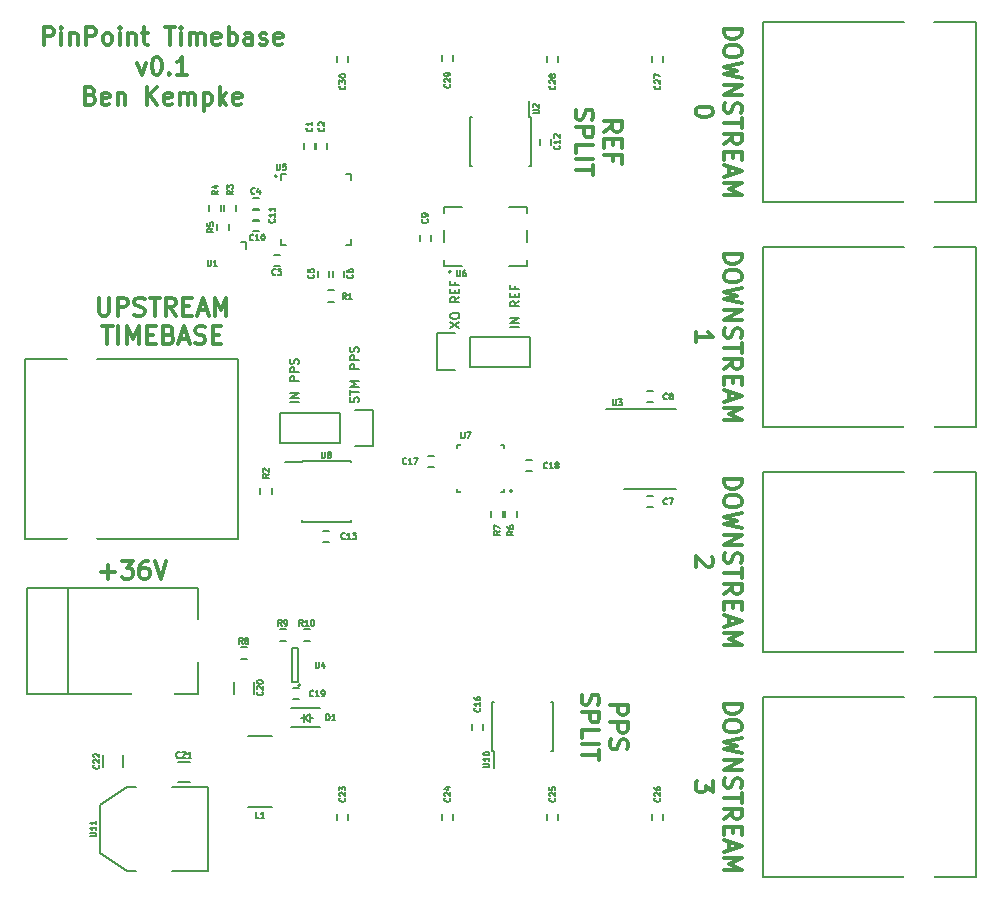
<source format=gbr>
G04 #@! TF.FileFunction,Legend,Top*
%FSLAX46Y46*%
G04 Gerber Fmt 4.6, Leading zero omitted, Abs format (unit mm)*
G04 Created by KiCad (PCBNEW (2016-02-16 BZR 6568, Git 6c5f954)-product) date Sun 21 Feb 2016 12:14:23 PM EST*
%MOMM*%
G01*
G04 APERTURE LIST*
%ADD10C,0.100000*%
%ADD11C,0.300000*%
%ADD12C,0.190500*%
%ADD13C,0.150000*%
%ADD14C,0.127000*%
%ADD15R,0.550800X0.650800*%
%ADD16R,0.650800X0.550800*%
%ADD17R,1.300800X1.050800*%
%ADD18R,1.050800X1.300800*%
%ADD19R,3.550920X3.550920*%
%ADD20R,0.640800X0.500800*%
%ADD21C,3.302000*%
%ADD22R,1.551940X1.551940*%
%ADD23C,1.551940*%
%ADD24C,2.550800*%
%ADD25C,0.837800*%
%ADD26C,1.041800*%
%ADD27R,1.650800X5.750800*%
%ADD28R,1.778000X2.082800*%
%ADD29O,1.778000X2.082800*%
%ADD30R,1.570800X4.110800*%
%ADD31R,0.450800X0.650800*%
%ADD32R,0.650800X0.450800*%
%ADD33R,0.449580X0.800100*%
%ADD34R,0.650800X1.600800*%
%ADD35R,1.500800X0.500800*%
%ADD36R,1.110800X0.700800*%
%ADD37R,0.940800X0.330800*%
%ADD38R,0.330800X0.940800*%
%ADD39R,1.050800X1.050800*%
%ADD40R,0.810800X1.330800*%
%ADD41R,1.330800X0.990800*%
%ADD42R,0.350800X0.350800*%
%ADD43R,0.550800X0.350800*%
%ADD44R,0.350800X0.550800*%
%ADD45R,1.600800X0.650800*%
%ADD46R,2.082800X3.708400*%
%ADD47R,2.082800X1.066800*%
G04 APERTURE END LIST*
D10*
D11*
X136411429Y-79152858D02*
X137125714Y-78652858D01*
X136411429Y-78295715D02*
X137911429Y-78295715D01*
X137911429Y-78867143D01*
X137840000Y-79010001D01*
X137768571Y-79081429D01*
X137625714Y-79152858D01*
X137411429Y-79152858D01*
X137268571Y-79081429D01*
X137197143Y-79010001D01*
X137125714Y-78867143D01*
X137125714Y-78295715D01*
X137197143Y-79795715D02*
X137197143Y-80295715D01*
X136411429Y-80510001D02*
X136411429Y-79795715D01*
X137911429Y-79795715D01*
X137911429Y-80510001D01*
X137197143Y-81652858D02*
X137197143Y-81152858D01*
X136411429Y-81152858D02*
X137911429Y-81152858D01*
X137911429Y-81867144D01*
X134082857Y-77295714D02*
X134011429Y-77510000D01*
X134011429Y-77867143D01*
X134082857Y-78010000D01*
X134154286Y-78081429D01*
X134297143Y-78152857D01*
X134440000Y-78152857D01*
X134582857Y-78081429D01*
X134654286Y-78010000D01*
X134725714Y-77867143D01*
X134797143Y-77581429D01*
X134868571Y-77438571D01*
X134940000Y-77367143D01*
X135082857Y-77295714D01*
X135225714Y-77295714D01*
X135368571Y-77367143D01*
X135440000Y-77438571D01*
X135511429Y-77581429D01*
X135511429Y-77938571D01*
X135440000Y-78152857D01*
X134011429Y-78795714D02*
X135511429Y-78795714D01*
X135511429Y-79367142D01*
X135440000Y-79510000D01*
X135368571Y-79581428D01*
X135225714Y-79652857D01*
X135011429Y-79652857D01*
X134868571Y-79581428D01*
X134797143Y-79510000D01*
X134725714Y-79367142D01*
X134725714Y-78795714D01*
X134011429Y-81010000D02*
X134011429Y-80295714D01*
X135511429Y-80295714D01*
X134011429Y-81510000D02*
X135511429Y-81510000D01*
X135511429Y-82010000D02*
X135511429Y-82867143D01*
X134011429Y-82438572D02*
X135511429Y-82438572D01*
X136919429Y-127682858D02*
X138419429Y-127682858D01*
X138419429Y-128254286D01*
X138348000Y-128397144D01*
X138276571Y-128468572D01*
X138133714Y-128540001D01*
X137919429Y-128540001D01*
X137776571Y-128468572D01*
X137705143Y-128397144D01*
X137633714Y-128254286D01*
X137633714Y-127682858D01*
X136919429Y-129182858D02*
X138419429Y-129182858D01*
X138419429Y-129754286D01*
X138348000Y-129897144D01*
X138276571Y-129968572D01*
X138133714Y-130040001D01*
X137919429Y-130040001D01*
X137776571Y-129968572D01*
X137705143Y-129897144D01*
X137633714Y-129754286D01*
X137633714Y-129182858D01*
X136990857Y-130611429D02*
X136919429Y-130825715D01*
X136919429Y-131182858D01*
X136990857Y-131325715D01*
X137062286Y-131397144D01*
X137205143Y-131468572D01*
X137348000Y-131468572D01*
X137490857Y-131397144D01*
X137562286Y-131325715D01*
X137633714Y-131182858D01*
X137705143Y-130897144D01*
X137776571Y-130754286D01*
X137848000Y-130682858D01*
X137990857Y-130611429D01*
X138133714Y-130611429D01*
X138276571Y-130682858D01*
X138348000Y-130754286D01*
X138419429Y-130897144D01*
X138419429Y-131254286D01*
X138348000Y-131468572D01*
X134590857Y-126825714D02*
X134519429Y-127040000D01*
X134519429Y-127397143D01*
X134590857Y-127540000D01*
X134662286Y-127611429D01*
X134805143Y-127682857D01*
X134948000Y-127682857D01*
X135090857Y-127611429D01*
X135162286Y-127540000D01*
X135233714Y-127397143D01*
X135305143Y-127111429D01*
X135376571Y-126968571D01*
X135448000Y-126897143D01*
X135590857Y-126825714D01*
X135733714Y-126825714D01*
X135876571Y-126897143D01*
X135948000Y-126968571D01*
X136019429Y-127111429D01*
X136019429Y-127468571D01*
X135948000Y-127682857D01*
X134519429Y-128325714D02*
X136019429Y-128325714D01*
X136019429Y-128897142D01*
X135948000Y-129040000D01*
X135876571Y-129111428D01*
X135733714Y-129182857D01*
X135519429Y-129182857D01*
X135376571Y-129111428D01*
X135305143Y-129040000D01*
X135233714Y-128897142D01*
X135233714Y-128325714D01*
X134519429Y-130540000D02*
X134519429Y-129825714D01*
X136019429Y-129825714D01*
X134519429Y-131040000D02*
X136019429Y-131040000D01*
X136019429Y-131540000D02*
X136019429Y-132397143D01*
X134519429Y-131968572D02*
X136019429Y-131968572D01*
X93667143Y-93228571D02*
X93667143Y-94442857D01*
X93738571Y-94585714D01*
X93810000Y-94657143D01*
X93952857Y-94728571D01*
X94238571Y-94728571D01*
X94381429Y-94657143D01*
X94452857Y-94585714D01*
X94524286Y-94442857D01*
X94524286Y-93228571D01*
X95238572Y-94728571D02*
X95238572Y-93228571D01*
X95810000Y-93228571D01*
X95952858Y-93300000D01*
X96024286Y-93371429D01*
X96095715Y-93514286D01*
X96095715Y-93728571D01*
X96024286Y-93871429D01*
X95952858Y-93942857D01*
X95810000Y-94014286D01*
X95238572Y-94014286D01*
X96667143Y-94657143D02*
X96881429Y-94728571D01*
X97238572Y-94728571D01*
X97381429Y-94657143D01*
X97452858Y-94585714D01*
X97524286Y-94442857D01*
X97524286Y-94300000D01*
X97452858Y-94157143D01*
X97381429Y-94085714D01*
X97238572Y-94014286D01*
X96952858Y-93942857D01*
X96810000Y-93871429D01*
X96738572Y-93800000D01*
X96667143Y-93657143D01*
X96667143Y-93514286D01*
X96738572Y-93371429D01*
X96810000Y-93300000D01*
X96952858Y-93228571D01*
X97310000Y-93228571D01*
X97524286Y-93300000D01*
X97952857Y-93228571D02*
X98810000Y-93228571D01*
X98381429Y-94728571D02*
X98381429Y-93228571D01*
X100167143Y-94728571D02*
X99667143Y-94014286D01*
X99310000Y-94728571D02*
X99310000Y-93228571D01*
X99881428Y-93228571D01*
X100024286Y-93300000D01*
X100095714Y-93371429D01*
X100167143Y-93514286D01*
X100167143Y-93728571D01*
X100095714Y-93871429D01*
X100024286Y-93942857D01*
X99881428Y-94014286D01*
X99310000Y-94014286D01*
X100810000Y-93942857D02*
X101310000Y-93942857D01*
X101524286Y-94728571D02*
X100810000Y-94728571D01*
X100810000Y-93228571D01*
X101524286Y-93228571D01*
X102095714Y-94300000D02*
X102810000Y-94300000D01*
X101952857Y-94728571D02*
X102452857Y-93228571D01*
X102952857Y-94728571D01*
X103452857Y-94728571D02*
X103452857Y-93228571D01*
X103952857Y-94300000D01*
X104452857Y-93228571D01*
X104452857Y-94728571D01*
X93952857Y-95628571D02*
X94810000Y-95628571D01*
X94381429Y-97128571D02*
X94381429Y-95628571D01*
X95310000Y-97128571D02*
X95310000Y-95628571D01*
X96024286Y-97128571D02*
X96024286Y-95628571D01*
X96524286Y-96700000D01*
X97024286Y-95628571D01*
X97024286Y-97128571D01*
X97738572Y-96342857D02*
X98238572Y-96342857D01*
X98452858Y-97128571D02*
X97738572Y-97128571D01*
X97738572Y-95628571D01*
X98452858Y-95628571D01*
X99595715Y-96342857D02*
X99810001Y-96414286D01*
X99881429Y-96485714D01*
X99952858Y-96628571D01*
X99952858Y-96842857D01*
X99881429Y-96985714D01*
X99810001Y-97057143D01*
X99667143Y-97128571D01*
X99095715Y-97128571D01*
X99095715Y-95628571D01*
X99595715Y-95628571D01*
X99738572Y-95700000D01*
X99810001Y-95771429D01*
X99881429Y-95914286D01*
X99881429Y-96057143D01*
X99810001Y-96200000D01*
X99738572Y-96271429D01*
X99595715Y-96342857D01*
X99095715Y-96342857D01*
X100524286Y-96700000D02*
X101238572Y-96700000D01*
X100381429Y-97128571D02*
X100881429Y-95628571D01*
X101381429Y-97128571D01*
X101810000Y-97057143D02*
X102024286Y-97128571D01*
X102381429Y-97128571D01*
X102524286Y-97057143D01*
X102595715Y-96985714D01*
X102667143Y-96842857D01*
X102667143Y-96700000D01*
X102595715Y-96557143D01*
X102524286Y-96485714D01*
X102381429Y-96414286D01*
X102095715Y-96342857D01*
X101952857Y-96271429D01*
X101881429Y-96200000D01*
X101810000Y-96057143D01*
X101810000Y-95914286D01*
X101881429Y-95771429D01*
X101952857Y-95700000D01*
X102095715Y-95628571D01*
X102452857Y-95628571D01*
X102667143Y-95700000D01*
X103310000Y-96342857D02*
X103810000Y-96342857D01*
X104024286Y-97128571D02*
X103310000Y-97128571D01*
X103310000Y-95628571D01*
X104024286Y-95628571D01*
X146571429Y-127584286D02*
X148071429Y-127584286D01*
X148071429Y-127941429D01*
X148000000Y-128155714D01*
X147857143Y-128298572D01*
X147714286Y-128370000D01*
X147428571Y-128441429D01*
X147214286Y-128441429D01*
X146928571Y-128370000D01*
X146785714Y-128298572D01*
X146642857Y-128155714D01*
X146571429Y-127941429D01*
X146571429Y-127584286D01*
X148071429Y-129370000D02*
X148071429Y-129655714D01*
X148000000Y-129798572D01*
X147857143Y-129941429D01*
X147571429Y-130012857D01*
X147071429Y-130012857D01*
X146785714Y-129941429D01*
X146642857Y-129798572D01*
X146571429Y-129655714D01*
X146571429Y-129370000D01*
X146642857Y-129227143D01*
X146785714Y-129084286D01*
X147071429Y-129012857D01*
X147571429Y-129012857D01*
X147857143Y-129084286D01*
X148000000Y-129227143D01*
X148071429Y-129370000D01*
X148071429Y-130512858D02*
X146571429Y-130870001D01*
X147642857Y-131155715D01*
X146571429Y-131441429D01*
X148071429Y-131798572D01*
X146571429Y-132370001D02*
X148071429Y-132370001D01*
X146571429Y-133227144D01*
X148071429Y-133227144D01*
X146642857Y-133870001D02*
X146571429Y-134084287D01*
X146571429Y-134441430D01*
X146642857Y-134584287D01*
X146714286Y-134655716D01*
X146857143Y-134727144D01*
X147000000Y-134727144D01*
X147142857Y-134655716D01*
X147214286Y-134584287D01*
X147285714Y-134441430D01*
X147357143Y-134155716D01*
X147428571Y-134012858D01*
X147500000Y-133941430D01*
X147642857Y-133870001D01*
X147785714Y-133870001D01*
X147928571Y-133941430D01*
X148000000Y-134012858D01*
X148071429Y-134155716D01*
X148071429Y-134512858D01*
X148000000Y-134727144D01*
X148071429Y-135155715D02*
X148071429Y-136012858D01*
X146571429Y-135584287D02*
X148071429Y-135584287D01*
X146571429Y-137370001D02*
X147285714Y-136870001D01*
X146571429Y-136512858D02*
X148071429Y-136512858D01*
X148071429Y-137084286D01*
X148000000Y-137227144D01*
X147928571Y-137298572D01*
X147785714Y-137370001D01*
X147571429Y-137370001D01*
X147428571Y-137298572D01*
X147357143Y-137227144D01*
X147285714Y-137084286D01*
X147285714Y-136512858D01*
X147357143Y-138012858D02*
X147357143Y-138512858D01*
X146571429Y-138727144D02*
X146571429Y-138012858D01*
X148071429Y-138012858D01*
X148071429Y-138727144D01*
X147000000Y-139298572D02*
X147000000Y-140012858D01*
X146571429Y-139155715D02*
X148071429Y-139655715D01*
X146571429Y-140155715D01*
X146571429Y-140655715D02*
X148071429Y-140655715D01*
X147000000Y-141155715D01*
X148071429Y-141655715D01*
X146571429Y-141655715D01*
X145671429Y-134120001D02*
X145671429Y-135048572D01*
X145100000Y-134548572D01*
X145100000Y-134762858D01*
X145028571Y-134905715D01*
X144957143Y-134977144D01*
X144814286Y-135048572D01*
X144457143Y-135048572D01*
X144314286Y-134977144D01*
X144242857Y-134905715D01*
X144171429Y-134762858D01*
X144171429Y-134334286D01*
X144242857Y-134191429D01*
X144314286Y-134120001D01*
X146571429Y-108534286D02*
X148071429Y-108534286D01*
X148071429Y-108891429D01*
X148000000Y-109105714D01*
X147857143Y-109248572D01*
X147714286Y-109320000D01*
X147428571Y-109391429D01*
X147214286Y-109391429D01*
X146928571Y-109320000D01*
X146785714Y-109248572D01*
X146642857Y-109105714D01*
X146571429Y-108891429D01*
X146571429Y-108534286D01*
X148071429Y-110320000D02*
X148071429Y-110605714D01*
X148000000Y-110748572D01*
X147857143Y-110891429D01*
X147571429Y-110962857D01*
X147071429Y-110962857D01*
X146785714Y-110891429D01*
X146642857Y-110748572D01*
X146571429Y-110605714D01*
X146571429Y-110320000D01*
X146642857Y-110177143D01*
X146785714Y-110034286D01*
X147071429Y-109962857D01*
X147571429Y-109962857D01*
X147857143Y-110034286D01*
X148000000Y-110177143D01*
X148071429Y-110320000D01*
X148071429Y-111462858D02*
X146571429Y-111820001D01*
X147642857Y-112105715D01*
X146571429Y-112391429D01*
X148071429Y-112748572D01*
X146571429Y-113320001D02*
X148071429Y-113320001D01*
X146571429Y-114177144D01*
X148071429Y-114177144D01*
X146642857Y-114820001D02*
X146571429Y-115034287D01*
X146571429Y-115391430D01*
X146642857Y-115534287D01*
X146714286Y-115605716D01*
X146857143Y-115677144D01*
X147000000Y-115677144D01*
X147142857Y-115605716D01*
X147214286Y-115534287D01*
X147285714Y-115391430D01*
X147357143Y-115105716D01*
X147428571Y-114962858D01*
X147500000Y-114891430D01*
X147642857Y-114820001D01*
X147785714Y-114820001D01*
X147928571Y-114891430D01*
X148000000Y-114962858D01*
X148071429Y-115105716D01*
X148071429Y-115462858D01*
X148000000Y-115677144D01*
X148071429Y-116105715D02*
X148071429Y-116962858D01*
X146571429Y-116534287D02*
X148071429Y-116534287D01*
X146571429Y-118320001D02*
X147285714Y-117820001D01*
X146571429Y-117462858D02*
X148071429Y-117462858D01*
X148071429Y-118034286D01*
X148000000Y-118177144D01*
X147928571Y-118248572D01*
X147785714Y-118320001D01*
X147571429Y-118320001D01*
X147428571Y-118248572D01*
X147357143Y-118177144D01*
X147285714Y-118034286D01*
X147285714Y-117462858D01*
X147357143Y-118962858D02*
X147357143Y-119462858D01*
X146571429Y-119677144D02*
X146571429Y-118962858D01*
X148071429Y-118962858D01*
X148071429Y-119677144D01*
X147000000Y-120248572D02*
X147000000Y-120962858D01*
X146571429Y-120105715D02*
X148071429Y-120605715D01*
X146571429Y-121105715D01*
X146571429Y-121605715D02*
X148071429Y-121605715D01*
X147000000Y-122105715D01*
X148071429Y-122605715D01*
X146571429Y-122605715D01*
X145528571Y-115141429D02*
X145600000Y-115212858D01*
X145671429Y-115355715D01*
X145671429Y-115712858D01*
X145600000Y-115855715D01*
X145528571Y-115927144D01*
X145385714Y-115998572D01*
X145242857Y-115998572D01*
X145028571Y-115927144D01*
X144171429Y-115070001D01*
X144171429Y-115998572D01*
X146571429Y-89484286D02*
X148071429Y-89484286D01*
X148071429Y-89841429D01*
X148000000Y-90055714D01*
X147857143Y-90198572D01*
X147714286Y-90270000D01*
X147428571Y-90341429D01*
X147214286Y-90341429D01*
X146928571Y-90270000D01*
X146785714Y-90198572D01*
X146642857Y-90055714D01*
X146571429Y-89841429D01*
X146571429Y-89484286D01*
X148071429Y-91270000D02*
X148071429Y-91555714D01*
X148000000Y-91698572D01*
X147857143Y-91841429D01*
X147571429Y-91912857D01*
X147071429Y-91912857D01*
X146785714Y-91841429D01*
X146642857Y-91698572D01*
X146571429Y-91555714D01*
X146571429Y-91270000D01*
X146642857Y-91127143D01*
X146785714Y-90984286D01*
X147071429Y-90912857D01*
X147571429Y-90912857D01*
X147857143Y-90984286D01*
X148000000Y-91127143D01*
X148071429Y-91270000D01*
X148071429Y-92412858D02*
X146571429Y-92770001D01*
X147642857Y-93055715D01*
X146571429Y-93341429D01*
X148071429Y-93698572D01*
X146571429Y-94270001D02*
X148071429Y-94270001D01*
X146571429Y-95127144D01*
X148071429Y-95127144D01*
X146642857Y-95770001D02*
X146571429Y-95984287D01*
X146571429Y-96341430D01*
X146642857Y-96484287D01*
X146714286Y-96555716D01*
X146857143Y-96627144D01*
X147000000Y-96627144D01*
X147142857Y-96555716D01*
X147214286Y-96484287D01*
X147285714Y-96341430D01*
X147357143Y-96055716D01*
X147428571Y-95912858D01*
X147500000Y-95841430D01*
X147642857Y-95770001D01*
X147785714Y-95770001D01*
X147928571Y-95841430D01*
X148000000Y-95912858D01*
X148071429Y-96055716D01*
X148071429Y-96412858D01*
X148000000Y-96627144D01*
X148071429Y-97055715D02*
X148071429Y-97912858D01*
X146571429Y-97484287D02*
X148071429Y-97484287D01*
X146571429Y-99270001D02*
X147285714Y-98770001D01*
X146571429Y-98412858D02*
X148071429Y-98412858D01*
X148071429Y-98984286D01*
X148000000Y-99127144D01*
X147928571Y-99198572D01*
X147785714Y-99270001D01*
X147571429Y-99270001D01*
X147428571Y-99198572D01*
X147357143Y-99127144D01*
X147285714Y-98984286D01*
X147285714Y-98412858D01*
X147357143Y-99912858D02*
X147357143Y-100412858D01*
X146571429Y-100627144D02*
X146571429Y-99912858D01*
X148071429Y-99912858D01*
X148071429Y-100627144D01*
X147000000Y-101198572D02*
X147000000Y-101912858D01*
X146571429Y-101055715D02*
X148071429Y-101555715D01*
X146571429Y-102055715D01*
X146571429Y-102555715D02*
X148071429Y-102555715D01*
X147000000Y-103055715D01*
X148071429Y-103555715D01*
X146571429Y-103555715D01*
X144171429Y-96948572D02*
X144171429Y-96091429D01*
X144171429Y-96520001D02*
X145671429Y-96520001D01*
X145457143Y-96377144D01*
X145314286Y-96234286D01*
X145242857Y-96091429D01*
X146571429Y-70434286D02*
X148071429Y-70434286D01*
X148071429Y-70791429D01*
X148000000Y-71005714D01*
X147857143Y-71148572D01*
X147714286Y-71220000D01*
X147428571Y-71291429D01*
X147214286Y-71291429D01*
X146928571Y-71220000D01*
X146785714Y-71148572D01*
X146642857Y-71005714D01*
X146571429Y-70791429D01*
X146571429Y-70434286D01*
X148071429Y-72220000D02*
X148071429Y-72505714D01*
X148000000Y-72648572D01*
X147857143Y-72791429D01*
X147571429Y-72862857D01*
X147071429Y-72862857D01*
X146785714Y-72791429D01*
X146642857Y-72648572D01*
X146571429Y-72505714D01*
X146571429Y-72220000D01*
X146642857Y-72077143D01*
X146785714Y-71934286D01*
X147071429Y-71862857D01*
X147571429Y-71862857D01*
X147857143Y-71934286D01*
X148000000Y-72077143D01*
X148071429Y-72220000D01*
X148071429Y-73362858D02*
X146571429Y-73720001D01*
X147642857Y-74005715D01*
X146571429Y-74291429D01*
X148071429Y-74648572D01*
X146571429Y-75220001D02*
X148071429Y-75220001D01*
X146571429Y-76077144D01*
X148071429Y-76077144D01*
X146642857Y-76720001D02*
X146571429Y-76934287D01*
X146571429Y-77291430D01*
X146642857Y-77434287D01*
X146714286Y-77505716D01*
X146857143Y-77577144D01*
X147000000Y-77577144D01*
X147142857Y-77505716D01*
X147214286Y-77434287D01*
X147285714Y-77291430D01*
X147357143Y-77005716D01*
X147428571Y-76862858D01*
X147500000Y-76791430D01*
X147642857Y-76720001D01*
X147785714Y-76720001D01*
X147928571Y-76791430D01*
X148000000Y-76862858D01*
X148071429Y-77005716D01*
X148071429Y-77362858D01*
X148000000Y-77577144D01*
X148071429Y-78005715D02*
X148071429Y-78862858D01*
X146571429Y-78434287D02*
X148071429Y-78434287D01*
X146571429Y-80220001D02*
X147285714Y-79720001D01*
X146571429Y-79362858D02*
X148071429Y-79362858D01*
X148071429Y-79934286D01*
X148000000Y-80077144D01*
X147928571Y-80148572D01*
X147785714Y-80220001D01*
X147571429Y-80220001D01*
X147428571Y-80148572D01*
X147357143Y-80077144D01*
X147285714Y-79934286D01*
X147285714Y-79362858D01*
X147357143Y-80862858D02*
X147357143Y-81362858D01*
X146571429Y-81577144D02*
X146571429Y-80862858D01*
X148071429Y-80862858D01*
X148071429Y-81577144D01*
X147000000Y-82148572D02*
X147000000Y-82862858D01*
X146571429Y-82005715D02*
X148071429Y-82505715D01*
X146571429Y-83005715D01*
X146571429Y-83505715D02*
X148071429Y-83505715D01*
X147000000Y-84005715D01*
X148071429Y-84505715D01*
X146571429Y-84505715D01*
X145671429Y-77398572D02*
X145671429Y-77541429D01*
X145600000Y-77684286D01*
X145528571Y-77755715D01*
X145385714Y-77827144D01*
X145100000Y-77898572D01*
X144742857Y-77898572D01*
X144457143Y-77827144D01*
X144314286Y-77755715D01*
X144242857Y-77684286D01*
X144171429Y-77541429D01*
X144171429Y-77398572D01*
X144242857Y-77255715D01*
X144314286Y-77184286D01*
X144457143Y-77112858D01*
X144742857Y-77041429D01*
X145100000Y-77041429D01*
X145385714Y-77112858D01*
X145528571Y-77184286D01*
X145600000Y-77255715D01*
X145671429Y-77398572D01*
X93877144Y-116439143D02*
X95020001Y-116439143D01*
X94448572Y-117010571D02*
X94448572Y-115867714D01*
X95591430Y-115510571D02*
X96520001Y-115510571D01*
X96020001Y-116082000D01*
X96234287Y-116082000D01*
X96377144Y-116153429D01*
X96448573Y-116224857D01*
X96520001Y-116367714D01*
X96520001Y-116724857D01*
X96448573Y-116867714D01*
X96377144Y-116939143D01*
X96234287Y-117010571D01*
X95805715Y-117010571D01*
X95662858Y-116939143D01*
X95591430Y-116867714D01*
X97805715Y-115510571D02*
X97520001Y-115510571D01*
X97377144Y-115582000D01*
X97305715Y-115653429D01*
X97162858Y-115867714D01*
X97091429Y-116153429D01*
X97091429Y-116724857D01*
X97162858Y-116867714D01*
X97234286Y-116939143D01*
X97377144Y-117010571D01*
X97662858Y-117010571D01*
X97805715Y-116939143D01*
X97877144Y-116867714D01*
X97948572Y-116724857D01*
X97948572Y-116367714D01*
X97877144Y-116224857D01*
X97805715Y-116153429D01*
X97662858Y-116082000D01*
X97377144Y-116082000D01*
X97234286Y-116153429D01*
X97162858Y-116224857D01*
X97091429Y-116367714D01*
X98377143Y-115510571D02*
X98877143Y-117010571D01*
X99377143Y-115510571D01*
D12*
X129249714Y-95703571D02*
X128487714Y-95703571D01*
X129249714Y-95340714D02*
X128487714Y-95340714D01*
X129249714Y-94905286D01*
X128487714Y-94905286D01*
X129249714Y-93526429D02*
X128886857Y-93780429D01*
X129249714Y-93961857D02*
X128487714Y-93961857D01*
X128487714Y-93671572D01*
X128524000Y-93599000D01*
X128560286Y-93562715D01*
X128632857Y-93526429D01*
X128741714Y-93526429D01*
X128814286Y-93562715D01*
X128850571Y-93599000D01*
X128886857Y-93671572D01*
X128886857Y-93961857D01*
X128850571Y-93199857D02*
X128850571Y-92945857D01*
X129249714Y-92837000D02*
X129249714Y-93199857D01*
X128487714Y-93199857D01*
X128487714Y-92837000D01*
X128850571Y-92256428D02*
X128850571Y-92510428D01*
X129249714Y-92510428D02*
X128487714Y-92510428D01*
X128487714Y-92147571D01*
X123407714Y-95776143D02*
X124169714Y-95268143D01*
X123407714Y-95268143D02*
X124169714Y-95776143D01*
X123407714Y-94832715D02*
X123407714Y-94687572D01*
X123444000Y-94615000D01*
X123516571Y-94542429D01*
X123661714Y-94506143D01*
X123915714Y-94506143D01*
X124060857Y-94542429D01*
X124133429Y-94615000D01*
X124169714Y-94687572D01*
X124169714Y-94832715D01*
X124133429Y-94905286D01*
X124060857Y-94977857D01*
X123915714Y-95014143D01*
X123661714Y-95014143D01*
X123516571Y-94977857D01*
X123444000Y-94905286D01*
X123407714Y-94832715D01*
X124169714Y-93163572D02*
X123806857Y-93417572D01*
X124169714Y-93599000D02*
X123407714Y-93599000D01*
X123407714Y-93308715D01*
X123444000Y-93236143D01*
X123480286Y-93199858D01*
X123552857Y-93163572D01*
X123661714Y-93163572D01*
X123734286Y-93199858D01*
X123770571Y-93236143D01*
X123806857Y-93308715D01*
X123806857Y-93599000D01*
X123770571Y-92837000D02*
X123770571Y-92583000D01*
X124169714Y-92474143D02*
X124169714Y-92837000D01*
X123407714Y-92837000D01*
X123407714Y-92474143D01*
X123770571Y-91893571D02*
X123770571Y-92147571D01*
X124169714Y-92147571D02*
X123407714Y-92147571D01*
X123407714Y-91784714D01*
X110580714Y-102053571D02*
X109818714Y-102053571D01*
X110580714Y-101690714D02*
X109818714Y-101690714D01*
X110580714Y-101255286D01*
X109818714Y-101255286D01*
X110580714Y-100311857D02*
X109818714Y-100311857D01*
X109818714Y-100021572D01*
X109855000Y-99949000D01*
X109891286Y-99912715D01*
X109963857Y-99876429D01*
X110072714Y-99876429D01*
X110145286Y-99912715D01*
X110181571Y-99949000D01*
X110217857Y-100021572D01*
X110217857Y-100311857D01*
X110580714Y-99549857D02*
X109818714Y-99549857D01*
X109818714Y-99259572D01*
X109855000Y-99187000D01*
X109891286Y-99150715D01*
X109963857Y-99114429D01*
X110072714Y-99114429D01*
X110145286Y-99150715D01*
X110181571Y-99187000D01*
X110217857Y-99259572D01*
X110217857Y-99549857D01*
X110544429Y-98824143D02*
X110580714Y-98715286D01*
X110580714Y-98533857D01*
X110544429Y-98461286D01*
X110508143Y-98425000D01*
X110435571Y-98388715D01*
X110363000Y-98388715D01*
X110290429Y-98425000D01*
X110254143Y-98461286D01*
X110217857Y-98533857D01*
X110181571Y-98679000D01*
X110145286Y-98751572D01*
X110109000Y-98787857D01*
X110036429Y-98824143D01*
X109963857Y-98824143D01*
X109891286Y-98787857D01*
X109855000Y-98751572D01*
X109818714Y-98679000D01*
X109818714Y-98497572D01*
X109855000Y-98388715D01*
X115624429Y-102089857D02*
X115660714Y-101981000D01*
X115660714Y-101799571D01*
X115624429Y-101727000D01*
X115588143Y-101690714D01*
X115515571Y-101654429D01*
X115443000Y-101654429D01*
X115370429Y-101690714D01*
X115334143Y-101727000D01*
X115297857Y-101799571D01*
X115261571Y-101944714D01*
X115225286Y-102017286D01*
X115189000Y-102053571D01*
X115116429Y-102089857D01*
X115043857Y-102089857D01*
X114971286Y-102053571D01*
X114935000Y-102017286D01*
X114898714Y-101944714D01*
X114898714Y-101763286D01*
X114935000Y-101654429D01*
X114898714Y-101436715D02*
X114898714Y-101001286D01*
X115660714Y-101219000D02*
X114898714Y-101219000D01*
X115660714Y-100747286D02*
X114898714Y-100747286D01*
X115443000Y-100493286D01*
X114898714Y-100239286D01*
X115660714Y-100239286D01*
X115660714Y-99295858D02*
X114898714Y-99295858D01*
X114898714Y-99005573D01*
X114935000Y-98933001D01*
X114971286Y-98896716D01*
X115043857Y-98860430D01*
X115152714Y-98860430D01*
X115225286Y-98896716D01*
X115261571Y-98933001D01*
X115297857Y-99005573D01*
X115297857Y-99295858D01*
X115660714Y-98533858D02*
X114898714Y-98533858D01*
X114898714Y-98243573D01*
X114935000Y-98171001D01*
X114971286Y-98134716D01*
X115043857Y-98098430D01*
X115152714Y-98098430D01*
X115225286Y-98134716D01*
X115261571Y-98171001D01*
X115297857Y-98243573D01*
X115297857Y-98533858D01*
X115624429Y-97808144D02*
X115660714Y-97699287D01*
X115660714Y-97517858D01*
X115624429Y-97445287D01*
X115588143Y-97409001D01*
X115515571Y-97372716D01*
X115443000Y-97372716D01*
X115370429Y-97409001D01*
X115334143Y-97445287D01*
X115297857Y-97517858D01*
X115261571Y-97663001D01*
X115225286Y-97735573D01*
X115189000Y-97771858D01*
X115116429Y-97808144D01*
X115043857Y-97808144D01*
X114971286Y-97771858D01*
X114935000Y-97735573D01*
X114898714Y-97663001D01*
X114898714Y-97481573D01*
X114935000Y-97372716D01*
D11*
X96917144Y-73338571D02*
X97274287Y-74338571D01*
X97631429Y-73338571D01*
X98488572Y-72838571D02*
X98631429Y-72838571D01*
X98774286Y-72910000D01*
X98845715Y-72981429D01*
X98917144Y-73124286D01*
X98988572Y-73410000D01*
X98988572Y-73767143D01*
X98917144Y-74052857D01*
X98845715Y-74195714D01*
X98774286Y-74267143D01*
X98631429Y-74338571D01*
X98488572Y-74338571D01*
X98345715Y-74267143D01*
X98274286Y-74195714D01*
X98202858Y-74052857D01*
X98131429Y-73767143D01*
X98131429Y-73410000D01*
X98202858Y-73124286D01*
X98274286Y-72981429D01*
X98345715Y-72910000D01*
X98488572Y-72838571D01*
X99631429Y-74195714D02*
X99702857Y-74267143D01*
X99631429Y-74338571D01*
X99560000Y-74267143D01*
X99631429Y-74195714D01*
X99631429Y-74338571D01*
X101131429Y-74338571D02*
X100274286Y-74338571D01*
X100702858Y-74338571D02*
X100702858Y-72838571D01*
X100560001Y-73052857D01*
X100417143Y-73195714D01*
X100274286Y-73267143D01*
X92952858Y-76092857D02*
X93167144Y-76164286D01*
X93238572Y-76235714D01*
X93310001Y-76378571D01*
X93310001Y-76592857D01*
X93238572Y-76735714D01*
X93167144Y-76807143D01*
X93024286Y-76878571D01*
X92452858Y-76878571D01*
X92452858Y-75378571D01*
X92952858Y-75378571D01*
X93095715Y-75450000D01*
X93167144Y-75521429D01*
X93238572Y-75664286D01*
X93238572Y-75807143D01*
X93167144Y-75950000D01*
X93095715Y-76021429D01*
X92952858Y-76092857D01*
X92452858Y-76092857D01*
X94524286Y-76807143D02*
X94381429Y-76878571D01*
X94095715Y-76878571D01*
X93952858Y-76807143D01*
X93881429Y-76664286D01*
X93881429Y-76092857D01*
X93952858Y-75950000D01*
X94095715Y-75878571D01*
X94381429Y-75878571D01*
X94524286Y-75950000D01*
X94595715Y-76092857D01*
X94595715Y-76235714D01*
X93881429Y-76378571D01*
X95238572Y-75878571D02*
X95238572Y-76878571D01*
X95238572Y-76021429D02*
X95310000Y-75950000D01*
X95452858Y-75878571D01*
X95667143Y-75878571D01*
X95810000Y-75950000D01*
X95881429Y-76092857D01*
X95881429Y-76878571D01*
X97738572Y-76878571D02*
X97738572Y-75378571D01*
X98595715Y-76878571D02*
X97952858Y-76021429D01*
X98595715Y-75378571D02*
X97738572Y-76235714D01*
X99810000Y-76807143D02*
X99667143Y-76878571D01*
X99381429Y-76878571D01*
X99238572Y-76807143D01*
X99167143Y-76664286D01*
X99167143Y-76092857D01*
X99238572Y-75950000D01*
X99381429Y-75878571D01*
X99667143Y-75878571D01*
X99810000Y-75950000D01*
X99881429Y-76092857D01*
X99881429Y-76235714D01*
X99167143Y-76378571D01*
X100524286Y-76878571D02*
X100524286Y-75878571D01*
X100524286Y-76021429D02*
X100595714Y-75950000D01*
X100738572Y-75878571D01*
X100952857Y-75878571D01*
X101095714Y-75950000D01*
X101167143Y-76092857D01*
X101167143Y-76878571D01*
X101167143Y-76092857D02*
X101238572Y-75950000D01*
X101381429Y-75878571D01*
X101595714Y-75878571D01*
X101738572Y-75950000D01*
X101810000Y-76092857D01*
X101810000Y-76878571D01*
X102524286Y-75878571D02*
X102524286Y-77378571D01*
X102524286Y-75950000D02*
X102667143Y-75878571D01*
X102952857Y-75878571D01*
X103095714Y-75950000D01*
X103167143Y-76021429D01*
X103238572Y-76164286D01*
X103238572Y-76592857D01*
X103167143Y-76735714D01*
X103095714Y-76807143D01*
X102952857Y-76878571D01*
X102667143Y-76878571D01*
X102524286Y-76807143D01*
X103881429Y-76878571D02*
X103881429Y-75378571D01*
X104024286Y-76307143D02*
X104452857Y-76878571D01*
X104452857Y-75878571D02*
X103881429Y-76450000D01*
X105667143Y-76807143D02*
X105524286Y-76878571D01*
X105238572Y-76878571D01*
X105095715Y-76807143D01*
X105024286Y-76664286D01*
X105024286Y-76092857D01*
X105095715Y-75950000D01*
X105238572Y-75878571D01*
X105524286Y-75878571D01*
X105667143Y-75950000D01*
X105738572Y-76092857D01*
X105738572Y-76235714D01*
X105024286Y-76378571D01*
X88988571Y-71798571D02*
X88988571Y-70298571D01*
X89559999Y-70298571D01*
X89702857Y-70370000D01*
X89774285Y-70441429D01*
X89845714Y-70584286D01*
X89845714Y-70798571D01*
X89774285Y-70941429D01*
X89702857Y-71012857D01*
X89559999Y-71084286D01*
X88988571Y-71084286D01*
X90488571Y-71798571D02*
X90488571Y-70798571D01*
X90488571Y-70298571D02*
X90417142Y-70370000D01*
X90488571Y-70441429D01*
X90559999Y-70370000D01*
X90488571Y-70298571D01*
X90488571Y-70441429D01*
X91202857Y-70798571D02*
X91202857Y-71798571D01*
X91202857Y-70941429D02*
X91274285Y-70870000D01*
X91417143Y-70798571D01*
X91631428Y-70798571D01*
X91774285Y-70870000D01*
X91845714Y-71012857D01*
X91845714Y-71798571D01*
X92560000Y-71798571D02*
X92560000Y-70298571D01*
X93131428Y-70298571D01*
X93274286Y-70370000D01*
X93345714Y-70441429D01*
X93417143Y-70584286D01*
X93417143Y-70798571D01*
X93345714Y-70941429D01*
X93274286Y-71012857D01*
X93131428Y-71084286D01*
X92560000Y-71084286D01*
X94274286Y-71798571D02*
X94131428Y-71727143D01*
X94060000Y-71655714D01*
X93988571Y-71512857D01*
X93988571Y-71084286D01*
X94060000Y-70941429D01*
X94131428Y-70870000D01*
X94274286Y-70798571D01*
X94488571Y-70798571D01*
X94631428Y-70870000D01*
X94702857Y-70941429D01*
X94774286Y-71084286D01*
X94774286Y-71512857D01*
X94702857Y-71655714D01*
X94631428Y-71727143D01*
X94488571Y-71798571D01*
X94274286Y-71798571D01*
X95417143Y-71798571D02*
X95417143Y-70798571D01*
X95417143Y-70298571D02*
X95345714Y-70370000D01*
X95417143Y-70441429D01*
X95488571Y-70370000D01*
X95417143Y-70298571D01*
X95417143Y-70441429D01*
X96131429Y-70798571D02*
X96131429Y-71798571D01*
X96131429Y-70941429D02*
X96202857Y-70870000D01*
X96345715Y-70798571D01*
X96560000Y-70798571D01*
X96702857Y-70870000D01*
X96774286Y-71012857D01*
X96774286Y-71798571D01*
X97274286Y-70798571D02*
X97845715Y-70798571D01*
X97488572Y-70298571D02*
X97488572Y-71584286D01*
X97560000Y-71727143D01*
X97702858Y-71798571D01*
X97845715Y-71798571D01*
X99274286Y-70298571D02*
X100131429Y-70298571D01*
X99702858Y-71798571D02*
X99702858Y-70298571D01*
X100631429Y-71798571D02*
X100631429Y-70798571D01*
X100631429Y-70298571D02*
X100560000Y-70370000D01*
X100631429Y-70441429D01*
X100702857Y-70370000D01*
X100631429Y-70298571D01*
X100631429Y-70441429D01*
X101345715Y-71798571D02*
X101345715Y-70798571D01*
X101345715Y-70941429D02*
X101417143Y-70870000D01*
X101560001Y-70798571D01*
X101774286Y-70798571D01*
X101917143Y-70870000D01*
X101988572Y-71012857D01*
X101988572Y-71798571D01*
X101988572Y-71012857D02*
X102060001Y-70870000D01*
X102202858Y-70798571D01*
X102417143Y-70798571D01*
X102560001Y-70870000D01*
X102631429Y-71012857D01*
X102631429Y-71798571D01*
X103917143Y-71727143D02*
X103774286Y-71798571D01*
X103488572Y-71798571D01*
X103345715Y-71727143D01*
X103274286Y-71584286D01*
X103274286Y-71012857D01*
X103345715Y-70870000D01*
X103488572Y-70798571D01*
X103774286Y-70798571D01*
X103917143Y-70870000D01*
X103988572Y-71012857D01*
X103988572Y-71155714D01*
X103274286Y-71298571D01*
X104631429Y-71798571D02*
X104631429Y-70298571D01*
X104631429Y-70870000D02*
X104774286Y-70798571D01*
X105060000Y-70798571D01*
X105202857Y-70870000D01*
X105274286Y-70941429D01*
X105345715Y-71084286D01*
X105345715Y-71512857D01*
X105274286Y-71655714D01*
X105202857Y-71727143D01*
X105060000Y-71798571D01*
X104774286Y-71798571D01*
X104631429Y-71727143D01*
X106631429Y-71798571D02*
X106631429Y-71012857D01*
X106560000Y-70870000D01*
X106417143Y-70798571D01*
X106131429Y-70798571D01*
X105988572Y-70870000D01*
X106631429Y-71727143D02*
X106488572Y-71798571D01*
X106131429Y-71798571D01*
X105988572Y-71727143D01*
X105917143Y-71584286D01*
X105917143Y-71441429D01*
X105988572Y-71298571D01*
X106131429Y-71227143D01*
X106488572Y-71227143D01*
X106631429Y-71155714D01*
X107274286Y-71727143D02*
X107417143Y-71798571D01*
X107702858Y-71798571D01*
X107845715Y-71727143D01*
X107917143Y-71584286D01*
X107917143Y-71512857D01*
X107845715Y-71370000D01*
X107702858Y-71298571D01*
X107488572Y-71298571D01*
X107345715Y-71227143D01*
X107274286Y-71084286D01*
X107274286Y-71012857D01*
X107345715Y-70870000D01*
X107488572Y-70798571D01*
X107702858Y-70798571D01*
X107845715Y-70870000D01*
X109131429Y-71727143D02*
X108988572Y-71798571D01*
X108702858Y-71798571D01*
X108560001Y-71727143D01*
X108488572Y-71584286D01*
X108488572Y-71012857D01*
X108560001Y-70870000D01*
X108702858Y-70798571D01*
X108988572Y-70798571D01*
X109131429Y-70870000D01*
X109202858Y-71012857D01*
X109202858Y-71155714D01*
X108488572Y-71298571D01*
D13*
X111031000Y-80141000D02*
X111031000Y-80641000D01*
X111981000Y-80641000D02*
X111981000Y-80141000D01*
X112997000Y-80641000D02*
X112997000Y-80141000D01*
X112047000Y-80141000D02*
X112047000Y-80641000D01*
X108462000Y-90518000D02*
X108962000Y-90518000D01*
X108962000Y-89568000D02*
X108462000Y-89568000D01*
X107184000Y-84742000D02*
X106684000Y-84742000D01*
X106684000Y-85692000D02*
X107184000Y-85692000D01*
X113124000Y-91436000D02*
X113124000Y-90936000D01*
X112174000Y-90936000D02*
X112174000Y-91436000D01*
X114394000Y-91436000D02*
X114394000Y-90936000D01*
X113444000Y-90936000D02*
X113444000Y-91436000D01*
X140585000Y-110015000D02*
X140085000Y-110015000D01*
X140085000Y-110965000D02*
X140585000Y-110965000D01*
X140585000Y-101125000D02*
X140085000Y-101125000D01*
X140085000Y-102075000D02*
X140585000Y-102075000D01*
X121760000Y-88388000D02*
X121760000Y-87888000D01*
X120810000Y-87888000D02*
X120810000Y-88388000D01*
X107226000Y-86647000D02*
X106726000Y-86647000D01*
X106726000Y-87597000D02*
X107226000Y-87597000D01*
X107184000Y-85758000D02*
X106684000Y-85758000D01*
X106684000Y-86708000D02*
X107184000Y-86708000D01*
X130970000Y-79760000D02*
X130970000Y-80260000D01*
X131920000Y-80260000D02*
X131920000Y-79760000D01*
X113153000Y-112936000D02*
X112653000Y-112936000D01*
X112653000Y-113886000D02*
X113153000Y-113886000D01*
X126205000Y-129790000D02*
X126205000Y-129290000D01*
X125255000Y-129290000D02*
X125255000Y-129790000D01*
X121543000Y-107536000D02*
X122043000Y-107536000D01*
X122043000Y-106586000D02*
X121543000Y-106586000D01*
X129798000Y-107917000D02*
X130298000Y-107917000D01*
X130298000Y-106967000D02*
X129798000Y-106967000D01*
X110613000Y-126271000D02*
X110113000Y-126271000D01*
X110113000Y-127221000D02*
X110613000Y-127221000D01*
X106768000Y-126738000D02*
X106768000Y-125738000D01*
X105068000Y-125738000D02*
X105068000Y-126738000D01*
X100338000Y-134200000D02*
X101338000Y-134200000D01*
X101338000Y-132500000D02*
X100338000Y-132500000D01*
X91048840Y-117800120D02*
X91048840Y-126801880D01*
X87548720Y-117800120D02*
X87548720Y-126801880D01*
X87548720Y-126801880D02*
X102049580Y-126801880D01*
X102049580Y-126801880D02*
X102049580Y-117800120D01*
X102049580Y-117800120D02*
X87548720Y-117800120D01*
X111502000Y-128778000D02*
X111752000Y-128778000D01*
X111002000Y-128778000D02*
X110752000Y-128778000D01*
X111002000Y-128778000D02*
X111502000Y-128428000D01*
X111502000Y-128428000D02*
X111502000Y-129128000D01*
X111502000Y-129128000D02*
X111002000Y-128778000D01*
X111002000Y-128428000D02*
X111002000Y-129128000D01*
X109952000Y-129578000D02*
X112352000Y-129578000D01*
X109952000Y-127978000D02*
X112352000Y-127978000D01*
X167894000Y-123190000D02*
X167894000Y-107950000D01*
X167894000Y-107950000D02*
X149860000Y-107950000D01*
X149860000Y-107950000D02*
X149860000Y-123190000D01*
X149860000Y-123190000D02*
X167894000Y-123190000D01*
X87376000Y-98425000D02*
X87376000Y-113665000D01*
X87376000Y-113665000D02*
X105410000Y-113665000D01*
X105410000Y-113665000D02*
X105410000Y-98425000D01*
X105410000Y-98425000D02*
X87376000Y-98425000D01*
X167894000Y-85090000D02*
X167894000Y-69850000D01*
X167894000Y-69850000D02*
X149860000Y-69850000D01*
X149860000Y-69850000D02*
X149860000Y-85090000D01*
X149860000Y-85090000D02*
X167894000Y-85090000D01*
X167894000Y-104140000D02*
X167894000Y-88900000D01*
X167894000Y-88900000D02*
X149860000Y-88900000D01*
X149860000Y-88900000D02*
X149860000Y-104140000D01*
X149860000Y-104140000D02*
X167894000Y-104140000D01*
X167894000Y-142240000D02*
X167894000Y-127000000D01*
X167894000Y-127000000D02*
X149860000Y-127000000D01*
X149860000Y-127000000D02*
X149860000Y-142240000D01*
X149860000Y-142240000D02*
X167894000Y-142240000D01*
X106315000Y-130350000D02*
X108315000Y-130350000D01*
X108315000Y-136350000D02*
X106315000Y-136350000D01*
X125095000Y-99060000D02*
X130175000Y-99060000D01*
X130175000Y-99060000D02*
X130175000Y-96520000D01*
X130175000Y-96520000D02*
X125095000Y-96520000D01*
X122275000Y-96240000D02*
X123825000Y-96240000D01*
X125095000Y-96520000D02*
X125095000Y-99060000D01*
X123825000Y-99340000D02*
X122275000Y-99340000D01*
X122275000Y-99340000D02*
X122275000Y-96240000D01*
X114046000Y-102997000D02*
X108966000Y-102997000D01*
X108966000Y-102997000D02*
X108966000Y-105537000D01*
X108966000Y-105537000D02*
X114046000Y-105537000D01*
X116866000Y-105817000D02*
X115316000Y-105817000D01*
X114046000Y-105537000D02*
X114046000Y-102997000D01*
X115316000Y-102717000D02*
X116866000Y-102717000D01*
X116866000Y-102717000D02*
X116866000Y-105817000D01*
X113534000Y-92566000D02*
X113034000Y-92566000D01*
X113034000Y-93616000D02*
X113534000Y-93616000D01*
X108348000Y-109851000D02*
X108348000Y-109351000D01*
X107298000Y-109351000D02*
X107298000Y-109851000D01*
X104250000Y-85348000D02*
X104250000Y-85848000D01*
X105300000Y-85848000D02*
X105300000Y-85348000D01*
X104030000Y-85848000D02*
X104030000Y-85348000D01*
X102980000Y-85348000D02*
X102980000Y-85848000D01*
X103615000Y-86999000D02*
X103615000Y-87499000D01*
X104665000Y-87499000D02*
X104665000Y-86999000D01*
X129049000Y-111756000D02*
X129049000Y-111256000D01*
X127999000Y-111256000D02*
X127999000Y-111756000D01*
X127906000Y-111756000D02*
X127906000Y-111256000D01*
X126856000Y-111256000D02*
X126856000Y-111756000D01*
X106168000Y-122792000D02*
X105668000Y-122792000D01*
X105668000Y-123842000D02*
X106168000Y-123842000D01*
X109470000Y-121268000D02*
X108970000Y-121268000D01*
X108970000Y-122318000D02*
X109470000Y-122318000D01*
X111502000Y-121268000D02*
X111002000Y-121268000D01*
X111002000Y-122318000D02*
X111502000Y-122318000D01*
X106105960Y-89136220D02*
X106105960Y-88526620D01*
X106105960Y-88526620D02*
X105674160Y-88516460D01*
X130210000Y-77935000D02*
X130065000Y-77935000D01*
X130210000Y-82085000D02*
X130065000Y-82085000D01*
X125060000Y-82085000D02*
X125205000Y-82085000D01*
X125060000Y-77935000D02*
X125205000Y-77935000D01*
X130210000Y-77935000D02*
X130210000Y-82085000D01*
X125060000Y-77935000D02*
X125060000Y-82085000D01*
X130065000Y-77935000D02*
X130065000Y-76535000D01*
X138110000Y-109420000D02*
X142560000Y-109420000D01*
X136585000Y-102670000D02*
X142560000Y-102670000D01*
X110736000Y-126033000D02*
G75*
G03X110736000Y-126033000I-100000J0D01*
G01*
X109986000Y-125783000D02*
X110486000Y-125783000D01*
X109986000Y-122883000D02*
X109986000Y-125783000D01*
X110486000Y-122883000D02*
X109986000Y-122883000D01*
X110486000Y-125783000D02*
X110486000Y-122883000D01*
X108738000Y-82933000D02*
G75*
G03X108738000Y-82933000I-100000J0D01*
G01*
X109038000Y-88733000D02*
X109038000Y-88233000D01*
X109538000Y-88733000D02*
X109038000Y-88733000D01*
X115038000Y-88733000D02*
X114538000Y-88733000D01*
X115038000Y-88233000D02*
X115038000Y-88733000D01*
X115038000Y-82733000D02*
X115038000Y-83233000D01*
X114538000Y-82733000D02*
X115038000Y-82733000D01*
X109038000Y-82733000D02*
X109038000Y-83233000D01*
X109538000Y-82733000D02*
X109038000Y-82733000D01*
X123465000Y-91011000D02*
G75*
G03X123465000Y-91011000I-100000J0D01*
G01*
X129865000Y-88511000D02*
X129865000Y-87511000D01*
X122865000Y-87511000D02*
X122865000Y-88511000D01*
X129865000Y-85511000D02*
X128365000Y-85511000D01*
X129865000Y-86011000D02*
X129865000Y-85511000D01*
X129865000Y-90511000D02*
X129865000Y-90011000D01*
X128365000Y-90511000D02*
X129865000Y-90511000D01*
X122865000Y-90511000D02*
X124365000Y-90511000D01*
X122865000Y-90011000D02*
X122865000Y-90511000D01*
X122865000Y-85511000D02*
X122865000Y-86011000D01*
X124365000Y-85511000D02*
X122865000Y-85511000D01*
X128651000Y-109601000D02*
G75*
G03X128651000Y-109601000I-127000J0D01*
G01*
X127684000Y-109696000D02*
X127984000Y-109696000D01*
X127984000Y-109696000D02*
X127984000Y-109396000D01*
X123984000Y-109396000D02*
X123984000Y-109696000D01*
X123984000Y-109696000D02*
X124284000Y-109696000D01*
X124284000Y-105696000D02*
X123984000Y-105696000D01*
X123984000Y-105696000D02*
X123984000Y-105996000D01*
X127984000Y-105996000D02*
X127984000Y-105696000D01*
X127984000Y-105696000D02*
X127684000Y-105696000D01*
X110828000Y-107026000D02*
X110828000Y-107171000D01*
X114978000Y-107026000D02*
X114978000Y-107171000D01*
X114978000Y-112176000D02*
X114978000Y-112031000D01*
X110828000Y-112176000D02*
X110828000Y-112031000D01*
X110828000Y-107026000D02*
X114978000Y-107026000D01*
X110828000Y-112176000D02*
X114978000Y-112176000D01*
X110828000Y-107171000D02*
X109428000Y-107171000D01*
X126965000Y-131615000D02*
X127110000Y-131615000D01*
X126965000Y-127465000D02*
X127110000Y-127465000D01*
X132115000Y-127465000D02*
X131970000Y-127465000D01*
X132115000Y-131615000D02*
X131970000Y-131615000D01*
X126965000Y-131615000D02*
X126965000Y-127465000D01*
X132115000Y-131615000D02*
X132115000Y-127465000D01*
X127110000Y-131615000D02*
X127110000Y-133015000D01*
X94019000Y-131961000D02*
X94019000Y-132961000D01*
X95719000Y-132961000D02*
X95719000Y-131961000D01*
X99822000Y-141732000D02*
X102870000Y-141732000D01*
X102870000Y-141732000D02*
X102870000Y-134620000D01*
X102870000Y-134620000D02*
X99822000Y-134620000D01*
X96774000Y-141732000D02*
X96012000Y-141732000D01*
X96012000Y-141732000D02*
X93726000Y-140208000D01*
X93726000Y-140208000D02*
X93726000Y-136144000D01*
X93726000Y-136144000D02*
X96012000Y-134620000D01*
X96012000Y-134620000D02*
X96774000Y-134620000D01*
X114775000Y-137410000D02*
X114775000Y-136910000D01*
X113825000Y-136910000D02*
X113825000Y-137410000D01*
X123665000Y-137410000D02*
X123665000Y-136910000D01*
X122715000Y-136910000D02*
X122715000Y-137410000D01*
X132555000Y-137410000D02*
X132555000Y-136910000D01*
X131605000Y-136910000D02*
X131605000Y-137410000D01*
X141445000Y-137410000D02*
X141445000Y-136910000D01*
X140495000Y-136910000D02*
X140495000Y-137410000D01*
X140495000Y-72775000D02*
X140495000Y-73275000D01*
X141445000Y-73275000D02*
X141445000Y-72775000D01*
X131605000Y-72775000D02*
X131605000Y-73275000D01*
X132555000Y-73275000D02*
X132555000Y-72775000D01*
X122715000Y-72690000D02*
X122715000Y-73190000D01*
X123665000Y-73190000D02*
X123665000Y-72690000D01*
X113825000Y-72775000D02*
X113825000Y-73275000D01*
X114775000Y-73275000D02*
X114775000Y-72775000D01*
D14*
X111687429Y-78824667D02*
X111711619Y-78848857D01*
X111735810Y-78921429D01*
X111735810Y-78969810D01*
X111711619Y-79042381D01*
X111663238Y-79090762D01*
X111614857Y-79114953D01*
X111518095Y-79139143D01*
X111445524Y-79139143D01*
X111348762Y-79114953D01*
X111300381Y-79090762D01*
X111252000Y-79042381D01*
X111227810Y-78969810D01*
X111227810Y-78921429D01*
X111252000Y-78848857D01*
X111276190Y-78824667D01*
X111735810Y-78340857D02*
X111735810Y-78631143D01*
X111735810Y-78486000D02*
X111227810Y-78486000D01*
X111300381Y-78534381D01*
X111348762Y-78582762D01*
X111372952Y-78631143D01*
X112703429Y-78824667D02*
X112727619Y-78848857D01*
X112751810Y-78921429D01*
X112751810Y-78969810D01*
X112727619Y-79042381D01*
X112679238Y-79090762D01*
X112630857Y-79114953D01*
X112534095Y-79139143D01*
X112461524Y-79139143D01*
X112364762Y-79114953D01*
X112316381Y-79090762D01*
X112268000Y-79042381D01*
X112243810Y-78969810D01*
X112243810Y-78921429D01*
X112268000Y-78848857D01*
X112292190Y-78824667D01*
X112292190Y-78631143D02*
X112268000Y-78606953D01*
X112243810Y-78558572D01*
X112243810Y-78437619D01*
X112268000Y-78389238D01*
X112292190Y-78365048D01*
X112340571Y-78340857D01*
X112388952Y-78340857D01*
X112461524Y-78365048D01*
X112751810Y-78655334D01*
X112751810Y-78340857D01*
X108627333Y-91240429D02*
X108603143Y-91264619D01*
X108530571Y-91288810D01*
X108482190Y-91288810D01*
X108409619Y-91264619D01*
X108361238Y-91216238D01*
X108337047Y-91167857D01*
X108312857Y-91071095D01*
X108312857Y-90998524D01*
X108337047Y-90901762D01*
X108361238Y-90853381D01*
X108409619Y-90805000D01*
X108482190Y-90780810D01*
X108530571Y-90780810D01*
X108603143Y-90805000D01*
X108627333Y-90829190D01*
X108796666Y-90780810D02*
X109111143Y-90780810D01*
X108941809Y-90974333D01*
X109014381Y-90974333D01*
X109062762Y-90998524D01*
X109086952Y-91022714D01*
X109111143Y-91071095D01*
X109111143Y-91192048D01*
X109086952Y-91240429D01*
X109062762Y-91264619D01*
X109014381Y-91288810D01*
X108869238Y-91288810D01*
X108820857Y-91264619D01*
X108796666Y-91240429D01*
X106849333Y-84382429D02*
X106825143Y-84406619D01*
X106752571Y-84430810D01*
X106704190Y-84430810D01*
X106631619Y-84406619D01*
X106583238Y-84358238D01*
X106559047Y-84309857D01*
X106534857Y-84213095D01*
X106534857Y-84140524D01*
X106559047Y-84043762D01*
X106583238Y-83995381D01*
X106631619Y-83947000D01*
X106704190Y-83922810D01*
X106752571Y-83922810D01*
X106825143Y-83947000D01*
X106849333Y-83971190D01*
X107284762Y-84092143D02*
X107284762Y-84430810D01*
X107163809Y-83898619D02*
X107042857Y-84261476D01*
X107357333Y-84261476D01*
X111814429Y-91270667D02*
X111838619Y-91294857D01*
X111862810Y-91367429D01*
X111862810Y-91415810D01*
X111838619Y-91488381D01*
X111790238Y-91536762D01*
X111741857Y-91560953D01*
X111645095Y-91585143D01*
X111572524Y-91585143D01*
X111475762Y-91560953D01*
X111427381Y-91536762D01*
X111379000Y-91488381D01*
X111354810Y-91415810D01*
X111354810Y-91367429D01*
X111379000Y-91294857D01*
X111403190Y-91270667D01*
X111354810Y-90811048D02*
X111354810Y-91052953D01*
X111596714Y-91077143D01*
X111572524Y-91052953D01*
X111548333Y-91004572D01*
X111548333Y-90883619D01*
X111572524Y-90835238D01*
X111596714Y-90811048D01*
X111645095Y-90786857D01*
X111766048Y-90786857D01*
X111814429Y-90811048D01*
X111838619Y-90835238D01*
X111862810Y-90883619D01*
X111862810Y-91004572D01*
X111838619Y-91052953D01*
X111814429Y-91077143D01*
X115116429Y-91270667D02*
X115140619Y-91294857D01*
X115164810Y-91367429D01*
X115164810Y-91415810D01*
X115140619Y-91488381D01*
X115092238Y-91536762D01*
X115043857Y-91560953D01*
X114947095Y-91585143D01*
X114874524Y-91585143D01*
X114777762Y-91560953D01*
X114729381Y-91536762D01*
X114681000Y-91488381D01*
X114656810Y-91415810D01*
X114656810Y-91367429D01*
X114681000Y-91294857D01*
X114705190Y-91270667D01*
X114656810Y-90835238D02*
X114656810Y-90932000D01*
X114681000Y-90980381D01*
X114705190Y-91004572D01*
X114777762Y-91052953D01*
X114874524Y-91077143D01*
X115068048Y-91077143D01*
X115116429Y-91052953D01*
X115140619Y-91028762D01*
X115164810Y-90980381D01*
X115164810Y-90883619D01*
X115140619Y-90835238D01*
X115116429Y-90811048D01*
X115068048Y-90786857D01*
X114947095Y-90786857D01*
X114898714Y-90811048D01*
X114874524Y-90835238D01*
X114850333Y-90883619D01*
X114850333Y-90980381D01*
X114874524Y-91028762D01*
X114898714Y-91052953D01*
X114947095Y-91077143D01*
X141774333Y-110671429D02*
X141750143Y-110695619D01*
X141677571Y-110719810D01*
X141629190Y-110719810D01*
X141556619Y-110695619D01*
X141508238Y-110647238D01*
X141484047Y-110598857D01*
X141459857Y-110502095D01*
X141459857Y-110429524D01*
X141484047Y-110332762D01*
X141508238Y-110284381D01*
X141556619Y-110236000D01*
X141629190Y-110211810D01*
X141677571Y-110211810D01*
X141750143Y-110236000D01*
X141774333Y-110260190D01*
X141943666Y-110211810D02*
X142282333Y-110211810D01*
X142064619Y-110719810D01*
X141774333Y-101781429D02*
X141750143Y-101805619D01*
X141677571Y-101829810D01*
X141629190Y-101829810D01*
X141556619Y-101805619D01*
X141508238Y-101757238D01*
X141484047Y-101708857D01*
X141459857Y-101612095D01*
X141459857Y-101539524D01*
X141484047Y-101442762D01*
X141508238Y-101394381D01*
X141556619Y-101346000D01*
X141629190Y-101321810D01*
X141677571Y-101321810D01*
X141750143Y-101346000D01*
X141774333Y-101370190D01*
X142064619Y-101539524D02*
X142016238Y-101515333D01*
X141992047Y-101491143D01*
X141967857Y-101442762D01*
X141967857Y-101418571D01*
X141992047Y-101370190D01*
X142016238Y-101346000D01*
X142064619Y-101321810D01*
X142161381Y-101321810D01*
X142209762Y-101346000D01*
X142233952Y-101370190D01*
X142258143Y-101418571D01*
X142258143Y-101442762D01*
X142233952Y-101491143D01*
X142209762Y-101515333D01*
X142161381Y-101539524D01*
X142064619Y-101539524D01*
X142016238Y-101563714D01*
X141992047Y-101587905D01*
X141967857Y-101636286D01*
X141967857Y-101733048D01*
X141992047Y-101781429D01*
X142016238Y-101805619D01*
X142064619Y-101829810D01*
X142161381Y-101829810D01*
X142209762Y-101805619D01*
X142233952Y-101781429D01*
X142258143Y-101733048D01*
X142258143Y-101636286D01*
X142233952Y-101587905D01*
X142209762Y-101563714D01*
X142161381Y-101539524D01*
X121466429Y-86571667D02*
X121490619Y-86595857D01*
X121514810Y-86668429D01*
X121514810Y-86716810D01*
X121490619Y-86789381D01*
X121442238Y-86837762D01*
X121393857Y-86861953D01*
X121297095Y-86886143D01*
X121224524Y-86886143D01*
X121127762Y-86861953D01*
X121079381Y-86837762D01*
X121031000Y-86789381D01*
X121006810Y-86716810D01*
X121006810Y-86668429D01*
X121031000Y-86595857D01*
X121055190Y-86571667D01*
X121514810Y-86329762D02*
X121514810Y-86233000D01*
X121490619Y-86184619D01*
X121466429Y-86160429D01*
X121393857Y-86112048D01*
X121297095Y-86087857D01*
X121103571Y-86087857D01*
X121055190Y-86112048D01*
X121031000Y-86136238D01*
X121006810Y-86184619D01*
X121006810Y-86281381D01*
X121031000Y-86329762D01*
X121055190Y-86353953D01*
X121103571Y-86378143D01*
X121224524Y-86378143D01*
X121272905Y-86353953D01*
X121297095Y-86329762D01*
X121321286Y-86281381D01*
X121321286Y-86184619D01*
X121297095Y-86136238D01*
X121272905Y-86112048D01*
X121224524Y-86087857D01*
X106734428Y-88319429D02*
X106710238Y-88343619D01*
X106637666Y-88367810D01*
X106589285Y-88367810D01*
X106516714Y-88343619D01*
X106468333Y-88295238D01*
X106444142Y-88246857D01*
X106419952Y-88150095D01*
X106419952Y-88077524D01*
X106444142Y-87980762D01*
X106468333Y-87932381D01*
X106516714Y-87884000D01*
X106589285Y-87859810D01*
X106637666Y-87859810D01*
X106710238Y-87884000D01*
X106734428Y-87908190D01*
X107218238Y-88367810D02*
X106927952Y-88367810D01*
X107073095Y-88367810D02*
X107073095Y-87859810D01*
X107024714Y-87932381D01*
X106976333Y-87980762D01*
X106927952Y-88004952D01*
X107532714Y-87859810D02*
X107581095Y-87859810D01*
X107629476Y-87884000D01*
X107653667Y-87908190D01*
X107677857Y-87956571D01*
X107702048Y-88053333D01*
X107702048Y-88174286D01*
X107677857Y-88271048D01*
X107653667Y-88319429D01*
X107629476Y-88343619D01*
X107581095Y-88367810D01*
X107532714Y-88367810D01*
X107484333Y-88343619D01*
X107460143Y-88319429D01*
X107435952Y-88271048D01*
X107411762Y-88174286D01*
X107411762Y-88053333D01*
X107435952Y-87956571D01*
X107460143Y-87908190D01*
X107484333Y-87884000D01*
X107532714Y-87859810D01*
X108512429Y-86559572D02*
X108536619Y-86583762D01*
X108560810Y-86656334D01*
X108560810Y-86704715D01*
X108536619Y-86777286D01*
X108488238Y-86825667D01*
X108439857Y-86849858D01*
X108343095Y-86874048D01*
X108270524Y-86874048D01*
X108173762Y-86849858D01*
X108125381Y-86825667D01*
X108077000Y-86777286D01*
X108052810Y-86704715D01*
X108052810Y-86656334D01*
X108077000Y-86583762D01*
X108101190Y-86559572D01*
X108560810Y-86075762D02*
X108560810Y-86366048D01*
X108560810Y-86220905D02*
X108052810Y-86220905D01*
X108125381Y-86269286D01*
X108173762Y-86317667D01*
X108197952Y-86366048D01*
X108560810Y-85591952D02*
X108560810Y-85882238D01*
X108560810Y-85737095D02*
X108052810Y-85737095D01*
X108125381Y-85785476D01*
X108173762Y-85833857D01*
X108197952Y-85882238D01*
X132642429Y-80336572D02*
X132666619Y-80360762D01*
X132690810Y-80433334D01*
X132690810Y-80481715D01*
X132666619Y-80554286D01*
X132618238Y-80602667D01*
X132569857Y-80626858D01*
X132473095Y-80651048D01*
X132400524Y-80651048D01*
X132303762Y-80626858D01*
X132255381Y-80602667D01*
X132207000Y-80554286D01*
X132182810Y-80481715D01*
X132182810Y-80433334D01*
X132207000Y-80360762D01*
X132231190Y-80336572D01*
X132690810Y-79852762D02*
X132690810Y-80143048D01*
X132690810Y-79997905D02*
X132182810Y-79997905D01*
X132255381Y-80046286D01*
X132303762Y-80094667D01*
X132327952Y-80143048D01*
X132231190Y-79659238D02*
X132207000Y-79635048D01*
X132182810Y-79586667D01*
X132182810Y-79465714D01*
X132207000Y-79417333D01*
X132231190Y-79393143D01*
X132279571Y-79368952D01*
X132327952Y-79368952D01*
X132400524Y-79393143D01*
X132690810Y-79683429D01*
X132690810Y-79368952D01*
X114481428Y-113592429D02*
X114457238Y-113616619D01*
X114384666Y-113640810D01*
X114336285Y-113640810D01*
X114263714Y-113616619D01*
X114215333Y-113568238D01*
X114191142Y-113519857D01*
X114166952Y-113423095D01*
X114166952Y-113350524D01*
X114191142Y-113253762D01*
X114215333Y-113205381D01*
X114263714Y-113157000D01*
X114336285Y-113132810D01*
X114384666Y-113132810D01*
X114457238Y-113157000D01*
X114481428Y-113181190D01*
X114965238Y-113640810D02*
X114674952Y-113640810D01*
X114820095Y-113640810D02*
X114820095Y-113132810D01*
X114771714Y-113205381D01*
X114723333Y-113253762D01*
X114674952Y-113277952D01*
X115134571Y-113132810D02*
X115449048Y-113132810D01*
X115279714Y-113326333D01*
X115352286Y-113326333D01*
X115400667Y-113350524D01*
X115424857Y-113374714D01*
X115449048Y-113423095D01*
X115449048Y-113544048D01*
X115424857Y-113592429D01*
X115400667Y-113616619D01*
X115352286Y-113640810D01*
X115207143Y-113640810D01*
X115158762Y-113616619D01*
X115134571Y-113592429D01*
X125911429Y-127961572D02*
X125935619Y-127985762D01*
X125959810Y-128058334D01*
X125959810Y-128106715D01*
X125935619Y-128179286D01*
X125887238Y-128227667D01*
X125838857Y-128251858D01*
X125742095Y-128276048D01*
X125669524Y-128276048D01*
X125572762Y-128251858D01*
X125524381Y-128227667D01*
X125476000Y-128179286D01*
X125451810Y-128106715D01*
X125451810Y-128058334D01*
X125476000Y-127985762D01*
X125500190Y-127961572D01*
X125959810Y-127477762D02*
X125959810Y-127768048D01*
X125959810Y-127622905D02*
X125451810Y-127622905D01*
X125524381Y-127671286D01*
X125572762Y-127719667D01*
X125596952Y-127768048D01*
X125451810Y-127042333D02*
X125451810Y-127139095D01*
X125476000Y-127187476D01*
X125500190Y-127211667D01*
X125572762Y-127260048D01*
X125669524Y-127284238D01*
X125863048Y-127284238D01*
X125911429Y-127260048D01*
X125935619Y-127235857D01*
X125959810Y-127187476D01*
X125959810Y-127090714D01*
X125935619Y-127042333D01*
X125911429Y-127018143D01*
X125863048Y-126993952D01*
X125742095Y-126993952D01*
X125693714Y-127018143D01*
X125669524Y-127042333D01*
X125645333Y-127090714D01*
X125645333Y-127187476D01*
X125669524Y-127235857D01*
X125693714Y-127260048D01*
X125742095Y-127284238D01*
X119688428Y-107242429D02*
X119664238Y-107266619D01*
X119591666Y-107290810D01*
X119543285Y-107290810D01*
X119470714Y-107266619D01*
X119422333Y-107218238D01*
X119398142Y-107169857D01*
X119373952Y-107073095D01*
X119373952Y-107000524D01*
X119398142Y-106903762D01*
X119422333Y-106855381D01*
X119470714Y-106807000D01*
X119543285Y-106782810D01*
X119591666Y-106782810D01*
X119664238Y-106807000D01*
X119688428Y-106831190D01*
X120172238Y-107290810D02*
X119881952Y-107290810D01*
X120027095Y-107290810D02*
X120027095Y-106782810D01*
X119978714Y-106855381D01*
X119930333Y-106903762D01*
X119881952Y-106927952D01*
X120341571Y-106782810D02*
X120680238Y-106782810D01*
X120462524Y-107290810D01*
X131626428Y-107623429D02*
X131602238Y-107647619D01*
X131529666Y-107671810D01*
X131481285Y-107671810D01*
X131408714Y-107647619D01*
X131360333Y-107599238D01*
X131336142Y-107550857D01*
X131311952Y-107454095D01*
X131311952Y-107381524D01*
X131336142Y-107284762D01*
X131360333Y-107236381D01*
X131408714Y-107188000D01*
X131481285Y-107163810D01*
X131529666Y-107163810D01*
X131602238Y-107188000D01*
X131626428Y-107212190D01*
X132110238Y-107671810D02*
X131819952Y-107671810D01*
X131965095Y-107671810D02*
X131965095Y-107163810D01*
X131916714Y-107236381D01*
X131868333Y-107284762D01*
X131819952Y-107308952D01*
X132400524Y-107381524D02*
X132352143Y-107357333D01*
X132327952Y-107333143D01*
X132303762Y-107284762D01*
X132303762Y-107260571D01*
X132327952Y-107212190D01*
X132352143Y-107188000D01*
X132400524Y-107163810D01*
X132497286Y-107163810D01*
X132545667Y-107188000D01*
X132569857Y-107212190D01*
X132594048Y-107260571D01*
X132594048Y-107284762D01*
X132569857Y-107333143D01*
X132545667Y-107357333D01*
X132497286Y-107381524D01*
X132400524Y-107381524D01*
X132352143Y-107405714D01*
X132327952Y-107429905D01*
X132303762Y-107478286D01*
X132303762Y-107575048D01*
X132327952Y-107623429D01*
X132352143Y-107647619D01*
X132400524Y-107671810D01*
X132497286Y-107671810D01*
X132545667Y-107647619D01*
X132569857Y-107623429D01*
X132594048Y-107575048D01*
X132594048Y-107478286D01*
X132569857Y-107429905D01*
X132545667Y-107405714D01*
X132497286Y-107381524D01*
X111814428Y-126927429D02*
X111790238Y-126951619D01*
X111717666Y-126975810D01*
X111669285Y-126975810D01*
X111596714Y-126951619D01*
X111548333Y-126903238D01*
X111524142Y-126854857D01*
X111499952Y-126758095D01*
X111499952Y-126685524D01*
X111524142Y-126588762D01*
X111548333Y-126540381D01*
X111596714Y-126492000D01*
X111669285Y-126467810D01*
X111717666Y-126467810D01*
X111790238Y-126492000D01*
X111814428Y-126516190D01*
X112298238Y-126975810D02*
X112007952Y-126975810D01*
X112153095Y-126975810D02*
X112153095Y-126467810D01*
X112104714Y-126540381D01*
X112056333Y-126588762D01*
X112007952Y-126612952D01*
X112540143Y-126975810D02*
X112636905Y-126975810D01*
X112685286Y-126951619D01*
X112709476Y-126927429D01*
X112757857Y-126854857D01*
X112782048Y-126758095D01*
X112782048Y-126564571D01*
X112757857Y-126516190D01*
X112733667Y-126492000D01*
X112685286Y-126467810D01*
X112588524Y-126467810D01*
X112540143Y-126492000D01*
X112515952Y-126516190D01*
X112491762Y-126564571D01*
X112491762Y-126685524D01*
X112515952Y-126733905D01*
X112540143Y-126758095D01*
X112588524Y-126782286D01*
X112685286Y-126782286D01*
X112733667Y-126758095D01*
X112757857Y-126733905D01*
X112782048Y-126685524D01*
X107496429Y-126564572D02*
X107520619Y-126588762D01*
X107544810Y-126661334D01*
X107544810Y-126709715D01*
X107520619Y-126782286D01*
X107472238Y-126830667D01*
X107423857Y-126854858D01*
X107327095Y-126879048D01*
X107254524Y-126879048D01*
X107157762Y-126854858D01*
X107109381Y-126830667D01*
X107061000Y-126782286D01*
X107036810Y-126709715D01*
X107036810Y-126661334D01*
X107061000Y-126588762D01*
X107085190Y-126564572D01*
X107085190Y-126371048D02*
X107061000Y-126346858D01*
X107036810Y-126298477D01*
X107036810Y-126177524D01*
X107061000Y-126129143D01*
X107085190Y-126104953D01*
X107133571Y-126080762D01*
X107181952Y-126080762D01*
X107254524Y-126104953D01*
X107544810Y-126395239D01*
X107544810Y-126080762D01*
X107036810Y-125766286D02*
X107036810Y-125717905D01*
X107061000Y-125669524D01*
X107085190Y-125645333D01*
X107133571Y-125621143D01*
X107230333Y-125596952D01*
X107351286Y-125596952D01*
X107448048Y-125621143D01*
X107496429Y-125645333D01*
X107520619Y-125669524D01*
X107544810Y-125717905D01*
X107544810Y-125766286D01*
X107520619Y-125814667D01*
X107496429Y-125838857D01*
X107448048Y-125863048D01*
X107351286Y-125887238D01*
X107230333Y-125887238D01*
X107133571Y-125863048D01*
X107085190Y-125838857D01*
X107061000Y-125814667D01*
X107036810Y-125766286D01*
X100511428Y-132134429D02*
X100487238Y-132158619D01*
X100414666Y-132182810D01*
X100366285Y-132182810D01*
X100293714Y-132158619D01*
X100245333Y-132110238D01*
X100221142Y-132061857D01*
X100196952Y-131965095D01*
X100196952Y-131892524D01*
X100221142Y-131795762D01*
X100245333Y-131747381D01*
X100293714Y-131699000D01*
X100366285Y-131674810D01*
X100414666Y-131674810D01*
X100487238Y-131699000D01*
X100511428Y-131723190D01*
X100704952Y-131723190D02*
X100729142Y-131699000D01*
X100777523Y-131674810D01*
X100898476Y-131674810D01*
X100946857Y-131699000D01*
X100971047Y-131723190D01*
X100995238Y-131771571D01*
X100995238Y-131819952D01*
X100971047Y-131892524D01*
X100680761Y-132182810D01*
X100995238Y-132182810D01*
X101479048Y-132182810D02*
X101188762Y-132182810D01*
X101333905Y-132182810D02*
X101333905Y-131674810D01*
X101285524Y-131747381D01*
X101237143Y-131795762D01*
X101188762Y-131819952D01*
X112909047Y-129007810D02*
X112909047Y-128499810D01*
X113030000Y-128499810D01*
X113102571Y-128524000D01*
X113150952Y-128572381D01*
X113175143Y-128620762D01*
X113199333Y-128717524D01*
X113199333Y-128790095D01*
X113175143Y-128886857D01*
X113150952Y-128935238D01*
X113102571Y-128983619D01*
X113030000Y-129007810D01*
X112909047Y-129007810D01*
X113683143Y-129007810D02*
X113392857Y-129007810D01*
X113538000Y-129007810D02*
X113538000Y-128499810D01*
X113489619Y-128572381D01*
X113441238Y-128620762D01*
X113392857Y-128644952D01*
X107230333Y-137262810D02*
X106988428Y-137262810D01*
X106988428Y-136754810D01*
X107665762Y-137262810D02*
X107375476Y-137262810D01*
X107520619Y-137262810D02*
X107520619Y-136754810D01*
X107472238Y-136827381D01*
X107423857Y-136875762D01*
X107375476Y-136899952D01*
X114596333Y-93320810D02*
X114427000Y-93078905D01*
X114306047Y-93320810D02*
X114306047Y-92812810D01*
X114499571Y-92812810D01*
X114547952Y-92837000D01*
X114572143Y-92861190D01*
X114596333Y-92909571D01*
X114596333Y-92982143D01*
X114572143Y-93030524D01*
X114547952Y-93054714D01*
X114499571Y-93078905D01*
X114306047Y-93078905D01*
X115080143Y-93320810D02*
X114789857Y-93320810D01*
X114935000Y-93320810D02*
X114935000Y-92812810D01*
X114886619Y-92885381D01*
X114838238Y-92933762D01*
X114789857Y-92957952D01*
X108052810Y-108161667D02*
X107810905Y-108331000D01*
X108052810Y-108451953D02*
X107544810Y-108451953D01*
X107544810Y-108258429D01*
X107569000Y-108210048D01*
X107593190Y-108185857D01*
X107641571Y-108161667D01*
X107714143Y-108161667D01*
X107762524Y-108185857D01*
X107786714Y-108210048D01*
X107810905Y-108258429D01*
X107810905Y-108451953D01*
X107593190Y-107968143D02*
X107569000Y-107943953D01*
X107544810Y-107895572D01*
X107544810Y-107774619D01*
X107569000Y-107726238D01*
X107593190Y-107702048D01*
X107641571Y-107677857D01*
X107689952Y-107677857D01*
X107762524Y-107702048D01*
X108052810Y-107992334D01*
X108052810Y-107677857D01*
X105004810Y-84158667D02*
X104762905Y-84328000D01*
X105004810Y-84448953D02*
X104496810Y-84448953D01*
X104496810Y-84255429D01*
X104521000Y-84207048D01*
X104545190Y-84182857D01*
X104593571Y-84158667D01*
X104666143Y-84158667D01*
X104714524Y-84182857D01*
X104738714Y-84207048D01*
X104762905Y-84255429D01*
X104762905Y-84448953D01*
X104496810Y-83989334D02*
X104496810Y-83674857D01*
X104690333Y-83844191D01*
X104690333Y-83771619D01*
X104714524Y-83723238D01*
X104738714Y-83699048D01*
X104787095Y-83674857D01*
X104908048Y-83674857D01*
X104956429Y-83699048D01*
X104980619Y-83723238D01*
X105004810Y-83771619D01*
X105004810Y-83916762D01*
X104980619Y-83965143D01*
X104956429Y-83989334D01*
X103734810Y-84158667D02*
X103492905Y-84328000D01*
X103734810Y-84448953D02*
X103226810Y-84448953D01*
X103226810Y-84255429D01*
X103251000Y-84207048D01*
X103275190Y-84182857D01*
X103323571Y-84158667D01*
X103396143Y-84158667D01*
X103444524Y-84182857D01*
X103468714Y-84207048D01*
X103492905Y-84255429D01*
X103492905Y-84448953D01*
X103396143Y-83723238D02*
X103734810Y-83723238D01*
X103202619Y-83844191D02*
X103565476Y-83965143D01*
X103565476Y-83650667D01*
X103353810Y-87333667D02*
X103111905Y-87503000D01*
X103353810Y-87623953D02*
X102845810Y-87623953D01*
X102845810Y-87430429D01*
X102870000Y-87382048D01*
X102894190Y-87357857D01*
X102942571Y-87333667D01*
X103015143Y-87333667D01*
X103063524Y-87357857D01*
X103087714Y-87382048D01*
X103111905Y-87430429D01*
X103111905Y-87623953D01*
X102845810Y-86874048D02*
X102845810Y-87115953D01*
X103087714Y-87140143D01*
X103063524Y-87115953D01*
X103039333Y-87067572D01*
X103039333Y-86946619D01*
X103063524Y-86898238D01*
X103087714Y-86874048D01*
X103136095Y-86849857D01*
X103257048Y-86849857D01*
X103305429Y-86874048D01*
X103329619Y-86898238D01*
X103353810Y-86946619D01*
X103353810Y-87067572D01*
X103329619Y-87115953D01*
X103305429Y-87140143D01*
X128753810Y-112987667D02*
X128511905Y-113157000D01*
X128753810Y-113277953D02*
X128245810Y-113277953D01*
X128245810Y-113084429D01*
X128270000Y-113036048D01*
X128294190Y-113011857D01*
X128342571Y-112987667D01*
X128415143Y-112987667D01*
X128463524Y-113011857D01*
X128487714Y-113036048D01*
X128511905Y-113084429D01*
X128511905Y-113277953D01*
X128245810Y-112552238D02*
X128245810Y-112649000D01*
X128270000Y-112697381D01*
X128294190Y-112721572D01*
X128366762Y-112769953D01*
X128463524Y-112794143D01*
X128657048Y-112794143D01*
X128705429Y-112769953D01*
X128729619Y-112745762D01*
X128753810Y-112697381D01*
X128753810Y-112600619D01*
X128729619Y-112552238D01*
X128705429Y-112528048D01*
X128657048Y-112503857D01*
X128536095Y-112503857D01*
X128487714Y-112528048D01*
X128463524Y-112552238D01*
X128439333Y-112600619D01*
X128439333Y-112697381D01*
X128463524Y-112745762D01*
X128487714Y-112769953D01*
X128536095Y-112794143D01*
X127610810Y-112987667D02*
X127368905Y-113157000D01*
X127610810Y-113277953D02*
X127102810Y-113277953D01*
X127102810Y-113084429D01*
X127127000Y-113036048D01*
X127151190Y-113011857D01*
X127199571Y-112987667D01*
X127272143Y-112987667D01*
X127320524Y-113011857D01*
X127344714Y-113036048D01*
X127368905Y-113084429D01*
X127368905Y-113277953D01*
X127102810Y-112818334D02*
X127102810Y-112479667D01*
X127610810Y-112697381D01*
X105833333Y-122530810D02*
X105664000Y-122288905D01*
X105543047Y-122530810D02*
X105543047Y-122022810D01*
X105736571Y-122022810D01*
X105784952Y-122047000D01*
X105809143Y-122071190D01*
X105833333Y-122119571D01*
X105833333Y-122192143D01*
X105809143Y-122240524D01*
X105784952Y-122264714D01*
X105736571Y-122288905D01*
X105543047Y-122288905D01*
X106123619Y-122240524D02*
X106075238Y-122216333D01*
X106051047Y-122192143D01*
X106026857Y-122143762D01*
X106026857Y-122119571D01*
X106051047Y-122071190D01*
X106075238Y-122047000D01*
X106123619Y-122022810D01*
X106220381Y-122022810D01*
X106268762Y-122047000D01*
X106292952Y-122071190D01*
X106317143Y-122119571D01*
X106317143Y-122143762D01*
X106292952Y-122192143D01*
X106268762Y-122216333D01*
X106220381Y-122240524D01*
X106123619Y-122240524D01*
X106075238Y-122264714D01*
X106051047Y-122288905D01*
X106026857Y-122337286D01*
X106026857Y-122434048D01*
X106051047Y-122482429D01*
X106075238Y-122506619D01*
X106123619Y-122530810D01*
X106220381Y-122530810D01*
X106268762Y-122506619D01*
X106292952Y-122482429D01*
X106317143Y-122434048D01*
X106317143Y-122337286D01*
X106292952Y-122288905D01*
X106268762Y-122264714D01*
X106220381Y-122240524D01*
X109135333Y-121006810D02*
X108966000Y-120764905D01*
X108845047Y-121006810D02*
X108845047Y-120498810D01*
X109038571Y-120498810D01*
X109086952Y-120523000D01*
X109111143Y-120547190D01*
X109135333Y-120595571D01*
X109135333Y-120668143D01*
X109111143Y-120716524D01*
X109086952Y-120740714D01*
X109038571Y-120764905D01*
X108845047Y-120764905D01*
X109377238Y-121006810D02*
X109474000Y-121006810D01*
X109522381Y-120982619D01*
X109546571Y-120958429D01*
X109594952Y-120885857D01*
X109619143Y-120789095D01*
X109619143Y-120595571D01*
X109594952Y-120547190D01*
X109570762Y-120523000D01*
X109522381Y-120498810D01*
X109425619Y-120498810D01*
X109377238Y-120523000D01*
X109353047Y-120547190D01*
X109328857Y-120595571D01*
X109328857Y-120716524D01*
X109353047Y-120764905D01*
X109377238Y-120789095D01*
X109425619Y-120813286D01*
X109522381Y-120813286D01*
X109570762Y-120789095D01*
X109594952Y-120764905D01*
X109619143Y-120716524D01*
X110925428Y-121006810D02*
X110756095Y-120764905D01*
X110635142Y-121006810D02*
X110635142Y-120498810D01*
X110828666Y-120498810D01*
X110877047Y-120523000D01*
X110901238Y-120547190D01*
X110925428Y-120595571D01*
X110925428Y-120668143D01*
X110901238Y-120716524D01*
X110877047Y-120740714D01*
X110828666Y-120764905D01*
X110635142Y-120764905D01*
X111409238Y-121006810D02*
X111118952Y-121006810D01*
X111264095Y-121006810D02*
X111264095Y-120498810D01*
X111215714Y-120571381D01*
X111167333Y-120619762D01*
X111118952Y-120643952D01*
X111723714Y-120498810D02*
X111772095Y-120498810D01*
X111820476Y-120523000D01*
X111844667Y-120547190D01*
X111868857Y-120595571D01*
X111893048Y-120692333D01*
X111893048Y-120813286D01*
X111868857Y-120910048D01*
X111844667Y-120958429D01*
X111820476Y-120982619D01*
X111772095Y-121006810D01*
X111723714Y-121006810D01*
X111675333Y-120982619D01*
X111651143Y-120958429D01*
X111626952Y-120910048D01*
X111602762Y-120813286D01*
X111602762Y-120692333D01*
X111626952Y-120595571D01*
X111651143Y-120547190D01*
X111675333Y-120523000D01*
X111723714Y-120498810D01*
X102863952Y-90018810D02*
X102863952Y-90430048D01*
X102888143Y-90478429D01*
X102912333Y-90502619D01*
X102960714Y-90526810D01*
X103057476Y-90526810D01*
X103105857Y-90502619D01*
X103130048Y-90478429D01*
X103154238Y-90430048D01*
X103154238Y-90018810D01*
X103662238Y-90526810D02*
X103371952Y-90526810D01*
X103517095Y-90526810D02*
X103517095Y-90018810D01*
X103468714Y-90091381D01*
X103420333Y-90139762D01*
X103371952Y-90163952D01*
X130404810Y-77603048D02*
X130816048Y-77603048D01*
X130864429Y-77578857D01*
X130888619Y-77554667D01*
X130912810Y-77506286D01*
X130912810Y-77409524D01*
X130888619Y-77361143D01*
X130864429Y-77336952D01*
X130816048Y-77312762D01*
X130404810Y-77312762D01*
X130453190Y-77095048D02*
X130429000Y-77070858D01*
X130404810Y-77022477D01*
X130404810Y-76901524D01*
X130429000Y-76853143D01*
X130453190Y-76828953D01*
X130501571Y-76804762D01*
X130549952Y-76804762D01*
X130622524Y-76828953D01*
X130912810Y-77119239D01*
X130912810Y-76804762D01*
X137153952Y-101829810D02*
X137153952Y-102241048D01*
X137178143Y-102289429D01*
X137202333Y-102313619D01*
X137250714Y-102337810D01*
X137347476Y-102337810D01*
X137395857Y-102313619D01*
X137420048Y-102289429D01*
X137444238Y-102241048D01*
X137444238Y-101829810D01*
X137637761Y-101829810D02*
X137952238Y-101829810D01*
X137782904Y-102023333D01*
X137855476Y-102023333D01*
X137903857Y-102047524D01*
X137928047Y-102071714D01*
X137952238Y-102120095D01*
X137952238Y-102241048D01*
X137928047Y-102289429D01*
X137903857Y-102313619D01*
X137855476Y-102337810D01*
X137710333Y-102337810D01*
X137661952Y-102313619D01*
X137637761Y-102289429D01*
X112007952Y-124054810D02*
X112007952Y-124466048D01*
X112032143Y-124514429D01*
X112056333Y-124538619D01*
X112104714Y-124562810D01*
X112201476Y-124562810D01*
X112249857Y-124538619D01*
X112274048Y-124514429D01*
X112298238Y-124466048D01*
X112298238Y-124054810D01*
X112757857Y-124224143D02*
X112757857Y-124562810D01*
X112636904Y-124030619D02*
X112515952Y-124393476D01*
X112830428Y-124393476D01*
X108705952Y-81890810D02*
X108705952Y-82302048D01*
X108730143Y-82350429D01*
X108754333Y-82374619D01*
X108802714Y-82398810D01*
X108899476Y-82398810D01*
X108947857Y-82374619D01*
X108972048Y-82350429D01*
X108996238Y-82302048D01*
X108996238Y-81890810D01*
X109480047Y-81890810D02*
X109238142Y-81890810D01*
X109213952Y-82132714D01*
X109238142Y-82108524D01*
X109286523Y-82084333D01*
X109407476Y-82084333D01*
X109455857Y-82108524D01*
X109480047Y-82132714D01*
X109504238Y-82181095D01*
X109504238Y-82302048D01*
X109480047Y-82350429D01*
X109455857Y-82374619D01*
X109407476Y-82398810D01*
X109286523Y-82398810D01*
X109238142Y-82374619D01*
X109213952Y-82350429D01*
X123945952Y-90907810D02*
X123945952Y-91319048D01*
X123970143Y-91367429D01*
X123994333Y-91391619D01*
X124042714Y-91415810D01*
X124139476Y-91415810D01*
X124187857Y-91391619D01*
X124212048Y-91367429D01*
X124236238Y-91319048D01*
X124236238Y-90907810D01*
X124695857Y-90907810D02*
X124599095Y-90907810D01*
X124550714Y-90932000D01*
X124526523Y-90956190D01*
X124478142Y-91028762D01*
X124453952Y-91125524D01*
X124453952Y-91319048D01*
X124478142Y-91367429D01*
X124502333Y-91391619D01*
X124550714Y-91415810D01*
X124647476Y-91415810D01*
X124695857Y-91391619D01*
X124720047Y-91367429D01*
X124744238Y-91319048D01*
X124744238Y-91198095D01*
X124720047Y-91149714D01*
X124695857Y-91125524D01*
X124647476Y-91101333D01*
X124550714Y-91101333D01*
X124502333Y-91125524D01*
X124478142Y-91149714D01*
X124453952Y-91198095D01*
X124326952Y-104623810D02*
X124326952Y-105035048D01*
X124351143Y-105083429D01*
X124375333Y-105107619D01*
X124423714Y-105131810D01*
X124520476Y-105131810D01*
X124568857Y-105107619D01*
X124593048Y-105083429D01*
X124617238Y-105035048D01*
X124617238Y-104623810D01*
X124810761Y-104623810D02*
X125149428Y-104623810D01*
X124931714Y-105131810D01*
X112515952Y-106274810D02*
X112515952Y-106686048D01*
X112540143Y-106734429D01*
X112564333Y-106758619D01*
X112612714Y-106782810D01*
X112709476Y-106782810D01*
X112757857Y-106758619D01*
X112782048Y-106734429D01*
X112806238Y-106686048D01*
X112806238Y-106274810D01*
X113120714Y-106492524D02*
X113072333Y-106468333D01*
X113048142Y-106444143D01*
X113023952Y-106395762D01*
X113023952Y-106371571D01*
X113048142Y-106323190D01*
X113072333Y-106299000D01*
X113120714Y-106274810D01*
X113217476Y-106274810D01*
X113265857Y-106299000D01*
X113290047Y-106323190D01*
X113314238Y-106371571D01*
X113314238Y-106395762D01*
X113290047Y-106444143D01*
X113265857Y-106468333D01*
X113217476Y-106492524D01*
X113120714Y-106492524D01*
X113072333Y-106516714D01*
X113048142Y-106540905D01*
X113023952Y-106589286D01*
X113023952Y-106686048D01*
X113048142Y-106734429D01*
X113072333Y-106758619D01*
X113120714Y-106782810D01*
X113217476Y-106782810D01*
X113265857Y-106758619D01*
X113290047Y-106734429D01*
X113314238Y-106686048D01*
X113314238Y-106589286D01*
X113290047Y-106540905D01*
X113265857Y-106516714D01*
X113217476Y-106492524D01*
X126213810Y-132962953D02*
X126625048Y-132962953D01*
X126673429Y-132938762D01*
X126697619Y-132914572D01*
X126721810Y-132866191D01*
X126721810Y-132769429D01*
X126697619Y-132721048D01*
X126673429Y-132696857D01*
X126625048Y-132672667D01*
X126213810Y-132672667D01*
X126721810Y-132164667D02*
X126721810Y-132454953D01*
X126721810Y-132309810D02*
X126213810Y-132309810D01*
X126286381Y-132358191D01*
X126334762Y-132406572D01*
X126358952Y-132454953D01*
X126213810Y-131850191D02*
X126213810Y-131801810D01*
X126238000Y-131753429D01*
X126262190Y-131729238D01*
X126310571Y-131705048D01*
X126407333Y-131680857D01*
X126528286Y-131680857D01*
X126625048Y-131705048D01*
X126673429Y-131729238D01*
X126697619Y-131753429D01*
X126721810Y-131801810D01*
X126721810Y-131850191D01*
X126697619Y-131898572D01*
X126673429Y-131922762D01*
X126625048Y-131946953D01*
X126528286Y-131971143D01*
X126407333Y-131971143D01*
X126310571Y-131946953D01*
X126262190Y-131922762D01*
X126238000Y-131898572D01*
X126213810Y-131850191D01*
X93653429Y-132787572D02*
X93677619Y-132811762D01*
X93701810Y-132884334D01*
X93701810Y-132932715D01*
X93677619Y-133005286D01*
X93629238Y-133053667D01*
X93580857Y-133077858D01*
X93484095Y-133102048D01*
X93411524Y-133102048D01*
X93314762Y-133077858D01*
X93266381Y-133053667D01*
X93218000Y-133005286D01*
X93193810Y-132932715D01*
X93193810Y-132884334D01*
X93218000Y-132811762D01*
X93242190Y-132787572D01*
X93242190Y-132594048D02*
X93218000Y-132569858D01*
X93193810Y-132521477D01*
X93193810Y-132400524D01*
X93218000Y-132352143D01*
X93242190Y-132327953D01*
X93290571Y-132303762D01*
X93338952Y-132303762D01*
X93411524Y-132327953D01*
X93701810Y-132618239D01*
X93701810Y-132303762D01*
X93242190Y-132110238D02*
X93218000Y-132086048D01*
X93193810Y-132037667D01*
X93193810Y-131916714D01*
X93218000Y-131868333D01*
X93242190Y-131844143D01*
X93290571Y-131819952D01*
X93338952Y-131819952D01*
X93411524Y-131844143D01*
X93701810Y-132134429D01*
X93701810Y-131819952D01*
X92939810Y-138804953D02*
X93351048Y-138804953D01*
X93399429Y-138780762D01*
X93423619Y-138756572D01*
X93447810Y-138708191D01*
X93447810Y-138611429D01*
X93423619Y-138563048D01*
X93399429Y-138538857D01*
X93351048Y-138514667D01*
X92939810Y-138514667D01*
X93447810Y-138006667D02*
X93447810Y-138296953D01*
X93447810Y-138151810D02*
X92939810Y-138151810D01*
X93012381Y-138200191D01*
X93060762Y-138248572D01*
X93084952Y-138296953D01*
X93447810Y-137522857D02*
X93447810Y-137813143D01*
X93447810Y-137668000D02*
X92939810Y-137668000D01*
X93012381Y-137716381D01*
X93060762Y-137764762D01*
X93084952Y-137813143D01*
X114481429Y-135581572D02*
X114505619Y-135605762D01*
X114529810Y-135678334D01*
X114529810Y-135726715D01*
X114505619Y-135799286D01*
X114457238Y-135847667D01*
X114408857Y-135871858D01*
X114312095Y-135896048D01*
X114239524Y-135896048D01*
X114142762Y-135871858D01*
X114094381Y-135847667D01*
X114046000Y-135799286D01*
X114021810Y-135726715D01*
X114021810Y-135678334D01*
X114046000Y-135605762D01*
X114070190Y-135581572D01*
X114070190Y-135388048D02*
X114046000Y-135363858D01*
X114021810Y-135315477D01*
X114021810Y-135194524D01*
X114046000Y-135146143D01*
X114070190Y-135121953D01*
X114118571Y-135097762D01*
X114166952Y-135097762D01*
X114239524Y-135121953D01*
X114529810Y-135412239D01*
X114529810Y-135097762D01*
X114021810Y-134928429D02*
X114021810Y-134613952D01*
X114215333Y-134783286D01*
X114215333Y-134710714D01*
X114239524Y-134662333D01*
X114263714Y-134638143D01*
X114312095Y-134613952D01*
X114433048Y-134613952D01*
X114481429Y-134638143D01*
X114505619Y-134662333D01*
X114529810Y-134710714D01*
X114529810Y-134855857D01*
X114505619Y-134904238D01*
X114481429Y-134928429D01*
X123371429Y-135581572D02*
X123395619Y-135605762D01*
X123419810Y-135678334D01*
X123419810Y-135726715D01*
X123395619Y-135799286D01*
X123347238Y-135847667D01*
X123298857Y-135871858D01*
X123202095Y-135896048D01*
X123129524Y-135896048D01*
X123032762Y-135871858D01*
X122984381Y-135847667D01*
X122936000Y-135799286D01*
X122911810Y-135726715D01*
X122911810Y-135678334D01*
X122936000Y-135605762D01*
X122960190Y-135581572D01*
X122960190Y-135388048D02*
X122936000Y-135363858D01*
X122911810Y-135315477D01*
X122911810Y-135194524D01*
X122936000Y-135146143D01*
X122960190Y-135121953D01*
X123008571Y-135097762D01*
X123056952Y-135097762D01*
X123129524Y-135121953D01*
X123419810Y-135412239D01*
X123419810Y-135097762D01*
X123081143Y-134662333D02*
X123419810Y-134662333D01*
X122887619Y-134783286D02*
X123250476Y-134904238D01*
X123250476Y-134589762D01*
X132261429Y-135581572D02*
X132285619Y-135605762D01*
X132309810Y-135678334D01*
X132309810Y-135726715D01*
X132285619Y-135799286D01*
X132237238Y-135847667D01*
X132188857Y-135871858D01*
X132092095Y-135896048D01*
X132019524Y-135896048D01*
X131922762Y-135871858D01*
X131874381Y-135847667D01*
X131826000Y-135799286D01*
X131801810Y-135726715D01*
X131801810Y-135678334D01*
X131826000Y-135605762D01*
X131850190Y-135581572D01*
X131850190Y-135388048D02*
X131826000Y-135363858D01*
X131801810Y-135315477D01*
X131801810Y-135194524D01*
X131826000Y-135146143D01*
X131850190Y-135121953D01*
X131898571Y-135097762D01*
X131946952Y-135097762D01*
X132019524Y-135121953D01*
X132309810Y-135412239D01*
X132309810Y-135097762D01*
X131801810Y-134638143D02*
X131801810Y-134880048D01*
X132043714Y-134904238D01*
X132019524Y-134880048D01*
X131995333Y-134831667D01*
X131995333Y-134710714D01*
X132019524Y-134662333D01*
X132043714Y-134638143D01*
X132092095Y-134613952D01*
X132213048Y-134613952D01*
X132261429Y-134638143D01*
X132285619Y-134662333D01*
X132309810Y-134710714D01*
X132309810Y-134831667D01*
X132285619Y-134880048D01*
X132261429Y-134904238D01*
X141151429Y-135581572D02*
X141175619Y-135605762D01*
X141199810Y-135678334D01*
X141199810Y-135726715D01*
X141175619Y-135799286D01*
X141127238Y-135847667D01*
X141078857Y-135871858D01*
X140982095Y-135896048D01*
X140909524Y-135896048D01*
X140812762Y-135871858D01*
X140764381Y-135847667D01*
X140716000Y-135799286D01*
X140691810Y-135726715D01*
X140691810Y-135678334D01*
X140716000Y-135605762D01*
X140740190Y-135581572D01*
X140740190Y-135388048D02*
X140716000Y-135363858D01*
X140691810Y-135315477D01*
X140691810Y-135194524D01*
X140716000Y-135146143D01*
X140740190Y-135121953D01*
X140788571Y-135097762D01*
X140836952Y-135097762D01*
X140909524Y-135121953D01*
X141199810Y-135412239D01*
X141199810Y-135097762D01*
X140691810Y-134662333D02*
X140691810Y-134759095D01*
X140716000Y-134807476D01*
X140740190Y-134831667D01*
X140812762Y-134880048D01*
X140909524Y-134904238D01*
X141103048Y-134904238D01*
X141151429Y-134880048D01*
X141175619Y-134855857D01*
X141199810Y-134807476D01*
X141199810Y-134710714D01*
X141175619Y-134662333D01*
X141151429Y-134638143D01*
X141103048Y-134613952D01*
X140982095Y-134613952D01*
X140933714Y-134638143D01*
X140909524Y-134662333D01*
X140885333Y-134710714D01*
X140885333Y-134807476D01*
X140909524Y-134855857D01*
X140933714Y-134880048D01*
X140982095Y-134904238D01*
X141151429Y-75256572D02*
X141175619Y-75280762D01*
X141199810Y-75353334D01*
X141199810Y-75401715D01*
X141175619Y-75474286D01*
X141127238Y-75522667D01*
X141078857Y-75546858D01*
X140982095Y-75571048D01*
X140909524Y-75571048D01*
X140812762Y-75546858D01*
X140764381Y-75522667D01*
X140716000Y-75474286D01*
X140691810Y-75401715D01*
X140691810Y-75353334D01*
X140716000Y-75280762D01*
X140740190Y-75256572D01*
X140740190Y-75063048D02*
X140716000Y-75038858D01*
X140691810Y-74990477D01*
X140691810Y-74869524D01*
X140716000Y-74821143D01*
X140740190Y-74796953D01*
X140788571Y-74772762D01*
X140836952Y-74772762D01*
X140909524Y-74796953D01*
X141199810Y-75087239D01*
X141199810Y-74772762D01*
X140691810Y-74603429D02*
X140691810Y-74264762D01*
X141199810Y-74482476D01*
X132261429Y-75256572D02*
X132285619Y-75280762D01*
X132309810Y-75353334D01*
X132309810Y-75401715D01*
X132285619Y-75474286D01*
X132237238Y-75522667D01*
X132188857Y-75546858D01*
X132092095Y-75571048D01*
X132019524Y-75571048D01*
X131922762Y-75546858D01*
X131874381Y-75522667D01*
X131826000Y-75474286D01*
X131801810Y-75401715D01*
X131801810Y-75353334D01*
X131826000Y-75280762D01*
X131850190Y-75256572D01*
X131850190Y-75063048D02*
X131826000Y-75038858D01*
X131801810Y-74990477D01*
X131801810Y-74869524D01*
X131826000Y-74821143D01*
X131850190Y-74796953D01*
X131898571Y-74772762D01*
X131946952Y-74772762D01*
X132019524Y-74796953D01*
X132309810Y-75087239D01*
X132309810Y-74772762D01*
X132019524Y-74482476D02*
X131995333Y-74530857D01*
X131971143Y-74555048D01*
X131922762Y-74579238D01*
X131898571Y-74579238D01*
X131850190Y-74555048D01*
X131826000Y-74530857D01*
X131801810Y-74482476D01*
X131801810Y-74385714D01*
X131826000Y-74337333D01*
X131850190Y-74313143D01*
X131898571Y-74288952D01*
X131922762Y-74288952D01*
X131971143Y-74313143D01*
X131995333Y-74337333D01*
X132019524Y-74385714D01*
X132019524Y-74482476D01*
X132043714Y-74530857D01*
X132067905Y-74555048D01*
X132116286Y-74579238D01*
X132213048Y-74579238D01*
X132261429Y-74555048D01*
X132285619Y-74530857D01*
X132309810Y-74482476D01*
X132309810Y-74385714D01*
X132285619Y-74337333D01*
X132261429Y-74313143D01*
X132213048Y-74288952D01*
X132116286Y-74288952D01*
X132067905Y-74313143D01*
X132043714Y-74337333D01*
X132019524Y-74385714D01*
X123371429Y-75129572D02*
X123395619Y-75153762D01*
X123419810Y-75226334D01*
X123419810Y-75274715D01*
X123395619Y-75347286D01*
X123347238Y-75395667D01*
X123298857Y-75419858D01*
X123202095Y-75444048D01*
X123129524Y-75444048D01*
X123032762Y-75419858D01*
X122984381Y-75395667D01*
X122936000Y-75347286D01*
X122911810Y-75274715D01*
X122911810Y-75226334D01*
X122936000Y-75153762D01*
X122960190Y-75129572D01*
X122960190Y-74936048D02*
X122936000Y-74911858D01*
X122911810Y-74863477D01*
X122911810Y-74742524D01*
X122936000Y-74694143D01*
X122960190Y-74669953D01*
X123008571Y-74645762D01*
X123056952Y-74645762D01*
X123129524Y-74669953D01*
X123419810Y-74960239D01*
X123419810Y-74645762D01*
X123419810Y-74403857D02*
X123419810Y-74307095D01*
X123395619Y-74258714D01*
X123371429Y-74234524D01*
X123298857Y-74186143D01*
X123202095Y-74161952D01*
X123008571Y-74161952D01*
X122960190Y-74186143D01*
X122936000Y-74210333D01*
X122911810Y-74258714D01*
X122911810Y-74355476D01*
X122936000Y-74403857D01*
X122960190Y-74428048D01*
X123008571Y-74452238D01*
X123129524Y-74452238D01*
X123177905Y-74428048D01*
X123202095Y-74403857D01*
X123226286Y-74355476D01*
X123226286Y-74258714D01*
X123202095Y-74210333D01*
X123177905Y-74186143D01*
X123129524Y-74161952D01*
X114481429Y-75256572D02*
X114505619Y-75280762D01*
X114529810Y-75353334D01*
X114529810Y-75401715D01*
X114505619Y-75474286D01*
X114457238Y-75522667D01*
X114408857Y-75546858D01*
X114312095Y-75571048D01*
X114239524Y-75571048D01*
X114142762Y-75546858D01*
X114094381Y-75522667D01*
X114046000Y-75474286D01*
X114021810Y-75401715D01*
X114021810Y-75353334D01*
X114046000Y-75280762D01*
X114070190Y-75256572D01*
X114021810Y-75087239D02*
X114021810Y-74772762D01*
X114215333Y-74942096D01*
X114215333Y-74869524D01*
X114239524Y-74821143D01*
X114263714Y-74796953D01*
X114312095Y-74772762D01*
X114433048Y-74772762D01*
X114481429Y-74796953D01*
X114505619Y-74821143D01*
X114529810Y-74869524D01*
X114529810Y-75014667D01*
X114505619Y-75063048D01*
X114481429Y-75087239D01*
X114021810Y-74458286D02*
X114021810Y-74409905D01*
X114046000Y-74361524D01*
X114070190Y-74337333D01*
X114118571Y-74313143D01*
X114215333Y-74288952D01*
X114336286Y-74288952D01*
X114433048Y-74313143D01*
X114481429Y-74337333D01*
X114505619Y-74361524D01*
X114529810Y-74409905D01*
X114529810Y-74458286D01*
X114505619Y-74506667D01*
X114481429Y-74530857D01*
X114433048Y-74555048D01*
X114336286Y-74579238D01*
X114215333Y-74579238D01*
X114118571Y-74555048D01*
X114070190Y-74530857D01*
X114046000Y-74506667D01*
X114021810Y-74458286D01*
%LPC*%
D15*
X111506000Y-80941000D03*
X111506000Y-79841000D03*
X112522000Y-79841000D03*
X112522000Y-80941000D03*
D16*
X109262000Y-90043000D03*
X108162000Y-90043000D03*
X106384000Y-85217000D03*
X107484000Y-85217000D03*
D15*
X112649000Y-90636000D03*
X112649000Y-91736000D03*
X113919000Y-90636000D03*
X113919000Y-91736000D03*
D16*
X139785000Y-110490000D03*
X140885000Y-110490000D03*
X139785000Y-101600000D03*
X140885000Y-101600000D03*
D15*
X121285000Y-87588000D03*
X121285000Y-88688000D03*
D16*
X106426000Y-87122000D03*
X107526000Y-87122000D03*
X106384000Y-86233000D03*
X107484000Y-86233000D03*
D15*
X131445000Y-80560000D03*
X131445000Y-79460000D03*
D16*
X112353000Y-113411000D03*
X113453000Y-113411000D03*
D15*
X125730000Y-128990000D03*
X125730000Y-130090000D03*
D16*
X122343000Y-107061000D03*
X121243000Y-107061000D03*
X130598000Y-107442000D03*
X129498000Y-107442000D03*
X109813000Y-126746000D03*
X110913000Y-126746000D03*
D17*
X105918000Y-125238000D03*
X105918000Y-127238000D03*
D18*
X101838000Y-133350000D03*
X99838000Y-133350000D03*
D19*
X101249480Y-122301000D03*
X95250000Y-122301000D03*
X98249740Y-127000000D03*
D20*
X110197000Y-128778000D03*
X112307000Y-128778000D03*
D21*
X160020000Y-109855000D03*
X160020000Y-121285000D03*
D22*
X153670000Y-120015000D03*
D23*
X151130000Y-118745000D03*
X153670000Y-117475000D03*
X151130000Y-116205000D03*
X153670000Y-114935000D03*
X151130000Y-113665000D03*
X153670000Y-112395000D03*
X151130000Y-111125000D03*
D24*
X163070000Y-123420000D03*
X163070000Y-107720000D03*
D21*
X95250000Y-111760000D03*
X95250000Y-100330000D03*
D22*
X101600000Y-101600000D03*
D23*
X104140000Y-102870000D03*
X101600000Y-104140000D03*
X104140000Y-105410000D03*
X101600000Y-106680000D03*
X104140000Y-107950000D03*
X101600000Y-109220000D03*
X104140000Y-110490000D03*
D24*
X92200000Y-98195000D03*
X92200000Y-113895000D03*
D21*
X160020000Y-71755000D03*
X160020000Y-83185000D03*
D22*
X153670000Y-81915000D03*
D23*
X151130000Y-80645000D03*
X153670000Y-79375000D03*
X151130000Y-78105000D03*
X153670000Y-76835000D03*
X151130000Y-75565000D03*
X153670000Y-74295000D03*
X151130000Y-73025000D03*
D24*
X163070000Y-85320000D03*
X163070000Y-69620000D03*
D21*
X160020000Y-90805000D03*
X160020000Y-102235000D03*
D22*
X153670000Y-100965000D03*
D23*
X151130000Y-99695000D03*
X153670000Y-98425000D03*
X151130000Y-97155000D03*
X153670000Y-95885000D03*
X151130000Y-94615000D03*
X153670000Y-93345000D03*
X151130000Y-92075000D03*
D24*
X163070000Y-104370000D03*
X163070000Y-88670000D03*
D21*
X160020000Y-128905000D03*
X160020000Y-140335000D03*
D22*
X153670000Y-139065000D03*
D23*
X151130000Y-137795000D03*
X153670000Y-136525000D03*
X151130000Y-135255000D03*
X153670000Y-133985000D03*
X151130000Y-132715000D03*
X153670000Y-131445000D03*
X151130000Y-130175000D03*
D24*
X163070000Y-142470000D03*
X163070000Y-126770000D03*
D25*
X131953000Y-114046000D03*
X130683000Y-114046000D03*
X131953000Y-112776000D03*
X130683000Y-112776000D03*
X131953000Y-111506000D03*
X130683000Y-111506000D03*
D26*
X131318000Y-115316000D03*
X130302000Y-110236000D03*
X132334000Y-110236000D03*
D27*
X109665000Y-133350000D03*
X104965000Y-133350000D03*
D28*
X123825000Y-97790000D03*
D29*
X126365000Y-97790000D03*
X128905000Y-97790000D03*
D30*
X140970000Y-68580000D03*
X138430000Y-68580000D03*
X143510000Y-68580000D03*
X132080000Y-68580000D03*
X129540000Y-68580000D03*
X134620000Y-68580000D03*
X123190000Y-68580000D03*
X120650000Y-68580000D03*
X125730000Y-68580000D03*
X114300000Y-68580000D03*
X111760000Y-68580000D03*
X116840000Y-68580000D03*
D28*
X115316000Y-104267000D03*
D29*
X112776000Y-104267000D03*
X110236000Y-104267000D03*
D30*
X114300000Y-142240000D03*
X116840000Y-142240000D03*
X111760000Y-142240000D03*
X123190000Y-142240000D03*
X125730000Y-142240000D03*
X120650000Y-142240000D03*
X132080000Y-142240000D03*
X134620000Y-142240000D03*
X129540000Y-142240000D03*
X140970000Y-142240000D03*
X143510000Y-142240000D03*
X138430000Y-142240000D03*
D31*
X112834000Y-93091000D03*
X113734000Y-93091000D03*
D32*
X107823000Y-109151000D03*
X107823000Y-110051000D03*
X104775000Y-86048000D03*
X104775000Y-85148000D03*
X103505000Y-85148000D03*
X103505000Y-86048000D03*
X104140000Y-87699000D03*
X104140000Y-86799000D03*
X128524000Y-111056000D03*
X128524000Y-111956000D03*
X127381000Y-111056000D03*
X127381000Y-111956000D03*
D31*
X105468000Y-123317000D03*
X106368000Y-123317000D03*
X108770000Y-121793000D03*
X109670000Y-121793000D03*
X110802000Y-121793000D03*
X111702000Y-121793000D03*
D33*
X105425240Y-89347040D03*
X104775000Y-89347040D03*
X104124760Y-89347040D03*
X104124760Y-91246960D03*
X104775000Y-91246960D03*
X105425240Y-91246960D03*
D34*
X129540000Y-77310000D03*
X128270000Y-77310000D03*
X127000000Y-77310000D03*
X125730000Y-77310000D03*
X125730000Y-82710000D03*
X127000000Y-82710000D03*
X128270000Y-82710000D03*
X129540000Y-82710000D03*
D35*
X137385000Y-103120000D03*
X137385000Y-103770000D03*
X137385000Y-104420000D03*
X137385000Y-105070000D03*
X137385000Y-105720000D03*
X137385000Y-106370000D03*
X137385000Y-107020000D03*
X137385000Y-107670000D03*
X137385000Y-108320000D03*
X137385000Y-108970000D03*
X143285000Y-108970000D03*
X143285000Y-108320000D03*
X143285000Y-107670000D03*
X143285000Y-107020000D03*
X143285000Y-106370000D03*
X143285000Y-105720000D03*
X143285000Y-105070000D03*
X143285000Y-104420000D03*
X143285000Y-103770000D03*
X143285000Y-103120000D03*
D36*
X111336000Y-125283000D03*
X111336000Y-124333000D03*
X111336000Y-123383000D03*
X109136000Y-123383000D03*
X109136000Y-125283000D03*
X109136000Y-124333000D03*
D37*
X109328000Y-83733000D03*
X109328000Y-84233000D03*
X109328000Y-84733000D03*
X109328000Y-85233000D03*
X109328000Y-85733000D03*
X109328000Y-86233000D03*
X109328000Y-86733000D03*
X109328000Y-87233000D03*
X109328000Y-87733000D03*
D38*
X110038000Y-88443000D03*
X110538000Y-88443000D03*
X111038000Y-88443000D03*
X111538000Y-88443000D03*
X112038000Y-88443000D03*
X112538000Y-88443000D03*
X113038000Y-88443000D03*
X113538000Y-88443000D03*
X114038000Y-88443000D03*
D37*
X114748000Y-87733000D03*
X114748000Y-87233000D03*
X114748000Y-86733000D03*
X114748000Y-86233000D03*
X114748000Y-85733000D03*
X114748000Y-85233000D03*
X114748000Y-84733000D03*
X114748000Y-84233000D03*
X114748000Y-83733000D03*
D38*
X114038000Y-83023000D03*
X113538000Y-83023000D03*
X113038000Y-83023000D03*
X112538000Y-83023000D03*
X112038000Y-83023000D03*
X111538000Y-83023000D03*
X111038000Y-83023000D03*
X110538000Y-83023000D03*
X110038000Y-83023000D03*
D39*
X110538000Y-84233000D03*
X111538000Y-84233000D03*
X112538000Y-84233000D03*
X113538000Y-84233000D03*
X110538000Y-85233000D03*
X111538000Y-85233000D03*
X112538000Y-85233000D03*
X113538000Y-85233000D03*
X110538000Y-86233000D03*
X111538000Y-86233000D03*
X112538000Y-86233000D03*
X113538000Y-86233000D03*
X110538000Y-87233000D03*
X111538000Y-87233000D03*
X112538000Y-87233000D03*
X113538000Y-87233000D03*
D40*
X125105000Y-90101000D03*
X126365000Y-90101000D03*
X127625000Y-90101000D03*
D41*
X129465000Y-89281000D03*
X129465000Y-86741000D03*
D40*
X127625000Y-85921000D03*
X126365000Y-85921000D03*
X125105000Y-85921000D03*
D41*
X123265000Y-86741000D03*
X123265000Y-89281000D03*
D42*
X124484000Y-109696000D03*
X123984000Y-106196000D03*
X127484000Y-105696000D03*
X127984000Y-109196000D03*
D43*
X127884000Y-108696000D03*
X127884000Y-108196000D03*
X127884000Y-107696000D03*
X127884000Y-107196000D03*
X127884000Y-106696000D03*
D42*
X127984000Y-106196000D03*
D44*
X126984000Y-105796000D03*
X126484000Y-105796000D03*
X125984000Y-105796000D03*
X125484000Y-105796000D03*
X124984000Y-105796000D03*
D42*
X124484000Y-105696000D03*
D43*
X124084000Y-106696000D03*
X124084000Y-107196000D03*
X124084000Y-107696000D03*
X124084000Y-108196000D03*
X124084000Y-108696000D03*
D42*
X123984000Y-109196000D03*
D44*
X124984000Y-109596000D03*
X125484000Y-109596000D03*
X125984000Y-109596000D03*
X126484000Y-109596000D03*
X126984000Y-109596000D03*
D42*
X127484000Y-109696000D03*
D45*
X110203000Y-107696000D03*
X110203000Y-108966000D03*
X110203000Y-110236000D03*
X110203000Y-111506000D03*
X115603000Y-111506000D03*
X115603000Y-110236000D03*
X115603000Y-108966000D03*
X115603000Y-107696000D03*
D34*
X127635000Y-132240000D03*
X128905000Y-132240000D03*
X130175000Y-132240000D03*
X131445000Y-132240000D03*
X131445000Y-126840000D03*
X130175000Y-126840000D03*
X128905000Y-126840000D03*
X127635000Y-126840000D03*
D17*
X94869000Y-133461000D03*
X94869000Y-131461000D03*
D46*
X94996000Y-138176000D03*
D47*
X101600000Y-138176000D03*
X101600000Y-135890000D03*
X101600000Y-140462000D03*
D15*
X114300000Y-136610000D03*
X114300000Y-137710000D03*
X123190000Y-136610000D03*
X123190000Y-137710000D03*
X132080000Y-136610000D03*
X132080000Y-137710000D03*
X140970000Y-136610000D03*
X140970000Y-137710000D03*
X140970000Y-73575000D03*
X140970000Y-72475000D03*
X132080000Y-73575000D03*
X132080000Y-72475000D03*
X123190000Y-73490000D03*
X123190000Y-72390000D03*
X114300000Y-73575000D03*
X114300000Y-72475000D03*
M02*

</source>
